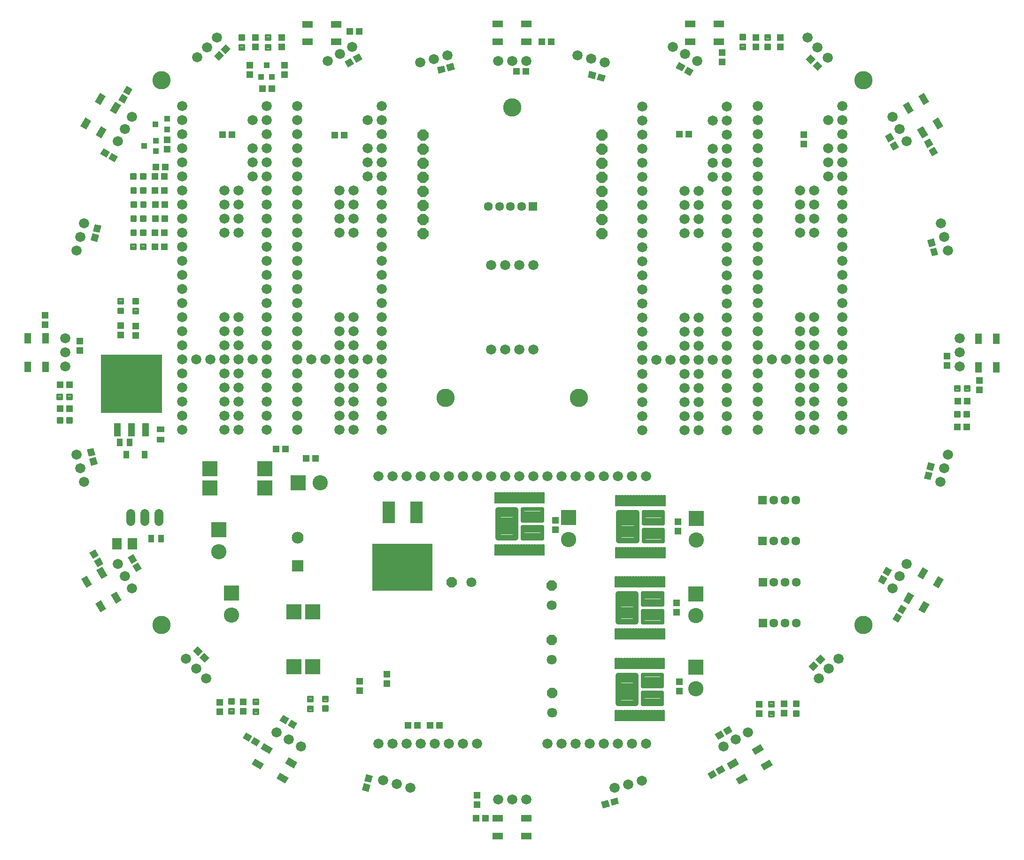
<source format=gts>
G04 EAGLE Gerber X2 export*
G75*
%MOMM*%
%FSLAX34Y34*%
%LPD*%
%AMOC8*
5,1,8,0,0,1.08239X$1,22.5*%
G01*
%ADD10C,3.303200*%
%ADD11C,1.828800*%
%ADD12R,2.753200X2.753200*%
%ADD13C,2.753200*%
%ADD14R,1.303200X1.203200*%
%ADD15R,10.863200X8.583200*%
%ADD16R,2.235200X4.013200*%
%ADD17C,1.612800*%
%ADD18C,2.133600*%
%ADD19R,2.133600X2.133600*%
%ADD20R,2.755900X2.755900*%
%ADD21R,11.003200X10.613200*%
%ADD22R,1.270000X2.362200*%
%ADD23R,1.003200X1.403200*%
%ADD24R,1.803200X2.003200*%
%ADD25R,1.403200X1.003200*%
%ADD26R,1.113200X1.423200*%
%ADD27P,2.144431X8X112.500000*%
%ADD28C,0.360959*%
%ADD29R,1.203200X1.303200*%
%ADD30C,0.138300*%
%ADD31C,1.050800*%
%ADD32C,0.700800*%
%ADD33P,1.951982X8X202.500000*%
%ADD34C,1.803400*%
%ADD35P,1.951982X8X112.500000*%
%ADD36R,1.854200X1.203200*%
%ADD37R,1.203200X1.854200*%
%ADD38R,1.003200X1.103200*%
%ADD39R,1.612800X1.612800*%
%ADD40C,1.612800*%
%ADD41R,1.103200X1.003200*%


D10*
X267140Y1391440D03*
X780000Y818030D03*
X1532860Y1391440D03*
X267140Y408560D03*
X1532860Y408560D03*
X900000Y1342530D03*
X1020000Y818030D03*
D11*
X512060Y1344418D03*
X664460Y1344418D03*
X664460Y1319018D03*
X639060Y1319018D03*
X664460Y1293618D03*
X664460Y1268218D03*
X639060Y1268218D03*
X639060Y1242818D03*
X639060Y1217418D03*
X664460Y1217418D03*
X664460Y1242818D03*
X664460Y1192018D03*
X664460Y1166618D03*
X664460Y1141218D03*
X664460Y1090418D03*
X664460Y1039618D03*
X664460Y1065018D03*
X512060Y1319018D03*
X512060Y1293618D03*
X512060Y1268218D03*
X512060Y1242818D03*
X512060Y1217418D03*
X512060Y1192018D03*
X512060Y1166618D03*
X512060Y1141218D03*
X512060Y1115818D03*
X512060Y1090418D03*
X512060Y1065018D03*
X512060Y1039618D03*
X512060Y1014218D03*
X512060Y988818D03*
X512060Y963418D03*
X512060Y938018D03*
X512060Y912618D03*
X512060Y887218D03*
X512060Y861818D03*
X512060Y836418D03*
X512060Y811018D03*
X512060Y785618D03*
X512060Y760218D03*
X537460Y887218D03*
X562860Y887218D03*
X588260Y887218D03*
X613660Y887218D03*
X639060Y887218D03*
X664460Y760218D03*
X664460Y785618D03*
X664460Y811018D03*
X664460Y836418D03*
X664460Y861818D03*
X664460Y887218D03*
X664460Y912618D03*
X664460Y938018D03*
X664460Y963418D03*
X664460Y988818D03*
X664460Y1014218D03*
X664460Y1115818D03*
X613660Y836418D03*
X613660Y861818D03*
X613660Y811018D03*
X613660Y760218D03*
X613660Y785618D03*
X588260Y760218D03*
X588260Y785618D03*
X588260Y836418D03*
X588260Y861818D03*
X588260Y811018D03*
X613660Y912618D03*
X588260Y912618D03*
X588260Y938018D03*
X613660Y938018D03*
X613660Y963418D03*
X588260Y963418D03*
X613660Y1192018D03*
X588260Y1192018D03*
X588260Y1166618D03*
X613660Y1166618D03*
X613660Y1141218D03*
X588260Y1141218D03*
X588260Y1115818D03*
X613660Y1115818D03*
X1134366Y1343910D03*
X1286766Y1343910D03*
X1286766Y1318510D03*
X1261366Y1318510D03*
X1286766Y1293110D03*
X1286766Y1267710D03*
X1261366Y1267710D03*
X1261366Y1242310D03*
X1261366Y1216910D03*
X1286766Y1216910D03*
X1286766Y1242310D03*
X1286766Y1191510D03*
X1286766Y1166110D03*
X1286766Y1140710D03*
X1286766Y1089910D03*
X1286766Y1039110D03*
X1286766Y1064510D03*
X1134366Y1318510D03*
X1134366Y1293110D03*
X1134366Y1267710D03*
X1134366Y1242310D03*
X1134366Y1216910D03*
X1134366Y1191510D03*
X1134366Y1166110D03*
X1134366Y1140710D03*
X1134366Y1115310D03*
X1134366Y1089910D03*
X1134366Y1064510D03*
X1134366Y1039110D03*
X1134366Y1013710D03*
X1134366Y988310D03*
X1134366Y962910D03*
X1134366Y937510D03*
X1134366Y912110D03*
X1134366Y886710D03*
X1134366Y861310D03*
X1134366Y835910D03*
X1134366Y810510D03*
X1134366Y785110D03*
X1134366Y759710D03*
X1159766Y886710D03*
X1185166Y886710D03*
X1210566Y886710D03*
X1235966Y886710D03*
X1261366Y886710D03*
X1286766Y759710D03*
X1286766Y785110D03*
X1286766Y810510D03*
X1286766Y835910D03*
X1286766Y861310D03*
X1286766Y886710D03*
X1286766Y912110D03*
X1286766Y937510D03*
X1286766Y962910D03*
X1286766Y988310D03*
X1286766Y1013710D03*
X1286766Y1115310D03*
X1235966Y835910D03*
X1235966Y861310D03*
X1235966Y810510D03*
X1235966Y759710D03*
X1235966Y785110D03*
X1210566Y759710D03*
X1210566Y785110D03*
X1210566Y835910D03*
X1210566Y861310D03*
X1210566Y810510D03*
X1235966Y912110D03*
X1210566Y912110D03*
X1210566Y937510D03*
X1235966Y937510D03*
X1235966Y962910D03*
X1210566Y962910D03*
X1235966Y1191510D03*
X1210566Y1191510D03*
X1210566Y1166110D03*
X1235966Y1166110D03*
X1235966Y1140710D03*
X1210566Y1140710D03*
X1210566Y1115310D03*
X1235966Y1115310D03*
X1342642Y1344422D03*
X1495042Y1344422D03*
X1495042Y1319022D03*
X1469642Y1319022D03*
X1495042Y1293622D03*
X1495042Y1268222D03*
X1469642Y1268222D03*
X1469642Y1242822D03*
X1469642Y1217422D03*
X1495042Y1217422D03*
X1495042Y1242822D03*
X1495042Y1192022D03*
X1495042Y1166622D03*
X1495042Y1141222D03*
X1495042Y1090422D03*
X1495042Y1039622D03*
X1495042Y1065022D03*
X1342642Y1319022D03*
X1342642Y1293622D03*
X1342642Y1268222D03*
X1342642Y1242822D03*
X1342642Y1217422D03*
X1342642Y1192022D03*
X1342642Y1166622D03*
X1342642Y1141222D03*
X1342642Y1115822D03*
X1342642Y1090422D03*
X1342642Y1065022D03*
X1342642Y1039622D03*
X1342642Y1014222D03*
X1342642Y988822D03*
X1342642Y963422D03*
X1342642Y938022D03*
X1342642Y912622D03*
X1342642Y887222D03*
X1342642Y861822D03*
X1342642Y836422D03*
X1342642Y811022D03*
X1342642Y785622D03*
X1342642Y760222D03*
X1368042Y887222D03*
X1393442Y887222D03*
X1418842Y887222D03*
X1444242Y887222D03*
X1469642Y887222D03*
X1495042Y760222D03*
X1495042Y785622D03*
X1495042Y811022D03*
X1495042Y836422D03*
X1495042Y861822D03*
X1495042Y887222D03*
X1495042Y912622D03*
X1495042Y938022D03*
X1495042Y963422D03*
X1495042Y988822D03*
X1495042Y1014222D03*
X1495042Y1115822D03*
X1444242Y836422D03*
X1444242Y861822D03*
X1444242Y811022D03*
X1444242Y760222D03*
X1444242Y785622D03*
X1418842Y760222D03*
X1418842Y785622D03*
X1418842Y836422D03*
X1418842Y861822D03*
X1418842Y811022D03*
X1444242Y912622D03*
X1418842Y912622D03*
X1418842Y938022D03*
X1444242Y938022D03*
X1444242Y963422D03*
X1418842Y963422D03*
X1444242Y1192022D03*
X1418842Y1192022D03*
X1418842Y1166622D03*
X1444242Y1166622D03*
X1444242Y1141222D03*
X1418842Y1141222D03*
X1418842Y1115822D03*
X1444242Y1115822D03*
X305052Y1344672D03*
X457452Y1344672D03*
X457452Y1319272D03*
X432052Y1319272D03*
X457452Y1293872D03*
X457452Y1268472D03*
X432052Y1268472D03*
X432052Y1243072D03*
X432052Y1217672D03*
X457452Y1217672D03*
X457452Y1243072D03*
X457452Y1192272D03*
X457452Y1166872D03*
X457452Y1141472D03*
X457452Y1090672D03*
X457452Y1039872D03*
X457452Y1065272D03*
X305052Y1319272D03*
X305052Y1293872D03*
X305052Y1268472D03*
X305052Y1243072D03*
X305052Y1217672D03*
X305052Y1192272D03*
X305052Y1166872D03*
X305052Y1141472D03*
X305052Y1116072D03*
X305052Y1090672D03*
X305052Y1065272D03*
X305052Y1039872D03*
X305052Y1014472D03*
X305052Y989072D03*
X305052Y963672D03*
X305052Y938272D03*
X305052Y912872D03*
X305052Y887472D03*
X305052Y862072D03*
X305052Y836672D03*
X305052Y811272D03*
X305052Y785872D03*
X305052Y760472D03*
X330452Y887472D03*
X355852Y887472D03*
X381252Y887472D03*
X406652Y887472D03*
X432052Y887472D03*
X457452Y760472D03*
X457452Y785872D03*
X457452Y811272D03*
X457452Y836672D03*
X457452Y862072D03*
X457452Y887472D03*
X457452Y912872D03*
X457452Y938272D03*
X457452Y963672D03*
X457452Y989072D03*
X457452Y1014472D03*
X457452Y1116072D03*
X406652Y836672D03*
X406652Y862072D03*
X406652Y811272D03*
X406652Y760472D03*
X406652Y785872D03*
X381252Y760472D03*
X381252Y785872D03*
X381252Y836672D03*
X381252Y862072D03*
X381252Y811272D03*
X406652Y912872D03*
X381252Y912872D03*
X381252Y938272D03*
X406652Y938272D03*
X406652Y963672D03*
X381252Y963672D03*
X406652Y1192272D03*
X381252Y1192272D03*
X381252Y1166872D03*
X406652Y1166872D03*
X406652Y1141472D03*
X381252Y1141472D03*
X381252Y1116072D03*
X406652Y1116072D03*
D12*
X513600Y664980D03*
D13*
X553200Y664980D03*
D14*
X545460Y708910D03*
X528460Y708910D03*
X491020Y725780D03*
X474020Y725780D03*
D15*
X702050Y512560D03*
D16*
X677050Y611249D03*
X727050Y611610D03*
D17*
X262390Y609538D02*
X262390Y595442D01*
X236990Y595442D02*
X236990Y609538D01*
X211590Y609538D02*
X211590Y595442D01*
D18*
X512720Y565730D03*
D19*
X512720Y514930D03*
D20*
X505970Y432310D03*
X505970Y333250D03*
X540006Y432310D03*
X540006Y333250D03*
X453290Y689940D03*
X354230Y689940D03*
X453290Y655904D03*
X354230Y655904D03*
D21*
X213360Y843780D03*
D22*
X213360Y760468D03*
X187960Y760468D03*
X238760Y760468D03*
D23*
X266810Y564130D03*
X248810Y564130D03*
D24*
X186860Y554630D03*
X214860Y554630D03*
D25*
X265430Y761090D03*
X265430Y743090D03*
D23*
X210170Y737620D03*
X192170Y737620D03*
D26*
X236845Y715520D03*
X204095Y715520D03*
D27*
X1061212Y1114298D03*
X1061212Y1139698D03*
X1061212Y1165098D03*
X1061212Y1190498D03*
X1061212Y1215898D03*
X1061212Y1241298D03*
X1061212Y1266698D03*
X1061212Y1292098D03*
X738632Y1114298D03*
X738632Y1139698D03*
X738632Y1165098D03*
X738632Y1190498D03*
X738632Y1215898D03*
X738632Y1241298D03*
X738632Y1266698D03*
X738632Y1292098D03*
D28*
X198271Y988549D02*
X189849Y988549D01*
X189849Y996971D01*
X198271Y996971D01*
X198271Y988549D01*
X198271Y992158D02*
X189849Y992158D01*
X189849Y995767D02*
X198271Y995767D01*
X198271Y971009D02*
X189849Y971009D01*
X189849Y979431D01*
X198271Y979431D01*
X198271Y971009D01*
X198271Y974618D02*
X189849Y974618D01*
X189849Y978227D02*
X198271Y978227D01*
X216269Y988299D02*
X224691Y988299D01*
X216269Y988299D02*
X216269Y996721D01*
X224691Y996721D01*
X224691Y988299D01*
X224691Y991908D02*
X216269Y991908D01*
X216269Y995517D02*
X224691Y995517D01*
X224691Y970759D02*
X216269Y970759D01*
X216269Y979181D01*
X224691Y979181D01*
X224691Y970759D01*
X224691Y974368D02*
X216269Y974368D01*
X216269Y977977D02*
X224691Y977977D01*
D29*
X193810Y931300D03*
X193810Y948300D03*
X220470Y930790D03*
X220470Y947790D03*
X673600Y319910D03*
X673600Y302910D03*
D28*
X540401Y270489D02*
X531979Y270489D01*
X531979Y278911D01*
X540401Y278911D01*
X540401Y270489D01*
X540401Y274098D02*
X531979Y274098D01*
X531979Y277707D02*
X540401Y277707D01*
X540401Y252949D02*
X531979Y252949D01*
X531979Y261371D01*
X540401Y261371D01*
X540401Y252949D01*
X540401Y256558D02*
X531979Y256558D01*
X531979Y260167D02*
X540401Y260167D01*
D29*
X625090Y307200D03*
X625090Y290200D03*
D28*
X566821Y270759D02*
X558399Y270759D01*
X558399Y279181D01*
X566821Y279181D01*
X566821Y270759D01*
X566821Y274368D02*
X558399Y274368D01*
X558399Y277977D02*
X566821Y277977D01*
X566821Y253219D02*
X558399Y253219D01*
X558399Y261641D01*
X566821Y261641D01*
X566821Y253219D01*
X566821Y256828D02*
X558399Y256828D01*
X558399Y260437D02*
X566821Y260437D01*
D30*
X1171535Y623745D02*
X1171535Y642295D01*
X1175685Y642295D01*
X1175685Y623745D01*
X1171535Y623745D01*
X1171535Y625127D02*
X1175685Y625127D01*
X1175685Y626509D02*
X1171535Y626509D01*
X1171535Y627891D02*
X1175685Y627891D01*
X1175685Y629273D02*
X1171535Y629273D01*
X1171535Y630655D02*
X1175685Y630655D01*
X1175685Y632037D02*
X1171535Y632037D01*
X1171535Y633419D02*
X1175685Y633419D01*
X1175685Y634801D02*
X1171535Y634801D01*
X1171535Y636183D02*
X1175685Y636183D01*
X1175685Y637565D02*
X1171535Y637565D01*
X1171535Y638947D02*
X1175685Y638947D01*
X1175685Y640329D02*
X1171535Y640329D01*
X1171535Y641711D02*
X1175685Y641711D01*
X1166535Y642295D02*
X1166535Y623745D01*
X1166535Y642295D02*
X1170685Y642295D01*
X1170685Y623745D01*
X1166535Y623745D01*
X1166535Y625127D02*
X1170685Y625127D01*
X1170685Y626509D02*
X1166535Y626509D01*
X1166535Y627891D02*
X1170685Y627891D01*
X1170685Y629273D02*
X1166535Y629273D01*
X1166535Y630655D02*
X1170685Y630655D01*
X1170685Y632037D02*
X1166535Y632037D01*
X1166535Y633419D02*
X1170685Y633419D01*
X1170685Y634801D02*
X1166535Y634801D01*
X1166535Y636183D02*
X1170685Y636183D01*
X1170685Y637565D02*
X1166535Y637565D01*
X1166535Y638947D02*
X1170685Y638947D01*
X1170685Y640329D02*
X1166535Y640329D01*
X1166535Y641711D02*
X1170685Y641711D01*
X1161535Y642295D02*
X1161535Y623745D01*
X1161535Y642295D02*
X1165685Y642295D01*
X1165685Y623745D01*
X1161535Y623745D01*
X1161535Y625127D02*
X1165685Y625127D01*
X1165685Y626509D02*
X1161535Y626509D01*
X1161535Y627891D02*
X1165685Y627891D01*
X1165685Y629273D02*
X1161535Y629273D01*
X1161535Y630655D02*
X1165685Y630655D01*
X1165685Y632037D02*
X1161535Y632037D01*
X1161535Y633419D02*
X1165685Y633419D01*
X1165685Y634801D02*
X1161535Y634801D01*
X1161535Y636183D02*
X1165685Y636183D01*
X1165685Y637565D02*
X1161535Y637565D01*
X1161535Y638947D02*
X1165685Y638947D01*
X1165685Y640329D02*
X1161535Y640329D01*
X1161535Y641711D02*
X1165685Y641711D01*
X1156535Y642295D02*
X1156535Y623745D01*
X1156535Y642295D02*
X1160685Y642295D01*
X1160685Y623745D01*
X1156535Y623745D01*
X1156535Y625127D02*
X1160685Y625127D01*
X1160685Y626509D02*
X1156535Y626509D01*
X1156535Y627891D02*
X1160685Y627891D01*
X1160685Y629273D02*
X1156535Y629273D01*
X1156535Y630655D02*
X1160685Y630655D01*
X1160685Y632037D02*
X1156535Y632037D01*
X1156535Y633419D02*
X1160685Y633419D01*
X1160685Y634801D02*
X1156535Y634801D01*
X1156535Y636183D02*
X1160685Y636183D01*
X1160685Y637565D02*
X1156535Y637565D01*
X1156535Y638947D02*
X1160685Y638947D01*
X1160685Y640329D02*
X1156535Y640329D01*
X1156535Y641711D02*
X1160685Y641711D01*
X1151535Y642295D02*
X1151535Y623745D01*
X1151535Y642295D02*
X1155685Y642295D01*
X1155685Y623745D01*
X1151535Y623745D01*
X1151535Y625127D02*
X1155685Y625127D01*
X1155685Y626509D02*
X1151535Y626509D01*
X1151535Y627891D02*
X1155685Y627891D01*
X1155685Y629273D02*
X1151535Y629273D01*
X1151535Y630655D02*
X1155685Y630655D01*
X1155685Y632037D02*
X1151535Y632037D01*
X1151535Y633419D02*
X1155685Y633419D01*
X1155685Y634801D02*
X1151535Y634801D01*
X1151535Y636183D02*
X1155685Y636183D01*
X1155685Y637565D02*
X1151535Y637565D01*
X1151535Y638947D02*
X1155685Y638947D01*
X1155685Y640329D02*
X1151535Y640329D01*
X1151535Y641711D02*
X1155685Y641711D01*
X1146535Y642295D02*
X1146535Y623745D01*
X1146535Y642295D02*
X1150685Y642295D01*
X1150685Y623745D01*
X1146535Y623745D01*
X1146535Y625127D02*
X1150685Y625127D01*
X1150685Y626509D02*
X1146535Y626509D01*
X1146535Y627891D02*
X1150685Y627891D01*
X1150685Y629273D02*
X1146535Y629273D01*
X1146535Y630655D02*
X1150685Y630655D01*
X1150685Y632037D02*
X1146535Y632037D01*
X1146535Y633419D02*
X1150685Y633419D01*
X1150685Y634801D02*
X1146535Y634801D01*
X1146535Y636183D02*
X1150685Y636183D01*
X1150685Y637565D02*
X1146535Y637565D01*
X1146535Y638947D02*
X1150685Y638947D01*
X1150685Y640329D02*
X1146535Y640329D01*
X1146535Y641711D02*
X1150685Y641711D01*
X1141535Y642295D02*
X1141535Y623745D01*
X1141535Y642295D02*
X1145685Y642295D01*
X1145685Y623745D01*
X1141535Y623745D01*
X1141535Y625127D02*
X1145685Y625127D01*
X1145685Y626509D02*
X1141535Y626509D01*
X1141535Y627891D02*
X1145685Y627891D01*
X1145685Y629273D02*
X1141535Y629273D01*
X1141535Y630655D02*
X1145685Y630655D01*
X1145685Y632037D02*
X1141535Y632037D01*
X1141535Y633419D02*
X1145685Y633419D01*
X1145685Y634801D02*
X1141535Y634801D01*
X1141535Y636183D02*
X1145685Y636183D01*
X1145685Y637565D02*
X1141535Y637565D01*
X1141535Y638947D02*
X1145685Y638947D01*
X1145685Y640329D02*
X1141535Y640329D01*
X1141535Y641711D02*
X1145685Y641711D01*
X1136535Y642295D02*
X1136535Y623745D01*
X1136535Y642295D02*
X1140685Y642295D01*
X1140685Y623745D01*
X1136535Y623745D01*
X1136535Y625127D02*
X1140685Y625127D01*
X1140685Y626509D02*
X1136535Y626509D01*
X1136535Y627891D02*
X1140685Y627891D01*
X1140685Y629273D02*
X1136535Y629273D01*
X1136535Y630655D02*
X1140685Y630655D01*
X1140685Y632037D02*
X1136535Y632037D01*
X1136535Y633419D02*
X1140685Y633419D01*
X1140685Y634801D02*
X1136535Y634801D01*
X1136535Y636183D02*
X1140685Y636183D01*
X1140685Y637565D02*
X1136535Y637565D01*
X1136535Y638947D02*
X1140685Y638947D01*
X1140685Y640329D02*
X1136535Y640329D01*
X1136535Y641711D02*
X1140685Y641711D01*
X1131535Y642295D02*
X1131535Y623745D01*
X1131535Y642295D02*
X1135685Y642295D01*
X1135685Y623745D01*
X1131535Y623745D01*
X1131535Y625127D02*
X1135685Y625127D01*
X1135685Y626509D02*
X1131535Y626509D01*
X1131535Y627891D02*
X1135685Y627891D01*
X1135685Y629273D02*
X1131535Y629273D01*
X1131535Y630655D02*
X1135685Y630655D01*
X1135685Y632037D02*
X1131535Y632037D01*
X1131535Y633419D02*
X1135685Y633419D01*
X1135685Y634801D02*
X1131535Y634801D01*
X1131535Y636183D02*
X1135685Y636183D01*
X1135685Y637565D02*
X1131535Y637565D01*
X1131535Y638947D02*
X1135685Y638947D01*
X1135685Y640329D02*
X1131535Y640329D01*
X1131535Y641711D02*
X1135685Y641711D01*
X1126535Y642295D02*
X1126535Y623745D01*
X1126535Y642295D02*
X1130685Y642295D01*
X1130685Y623745D01*
X1126535Y623745D01*
X1126535Y625127D02*
X1130685Y625127D01*
X1130685Y626509D02*
X1126535Y626509D01*
X1126535Y627891D02*
X1130685Y627891D01*
X1130685Y629273D02*
X1126535Y629273D01*
X1126535Y630655D02*
X1130685Y630655D01*
X1130685Y632037D02*
X1126535Y632037D01*
X1126535Y633419D02*
X1130685Y633419D01*
X1130685Y634801D02*
X1126535Y634801D01*
X1126535Y636183D02*
X1130685Y636183D01*
X1130685Y637565D02*
X1126535Y637565D01*
X1126535Y638947D02*
X1130685Y638947D01*
X1130685Y640329D02*
X1126535Y640329D01*
X1126535Y641711D02*
X1130685Y641711D01*
X1121535Y642295D02*
X1121535Y623745D01*
X1121535Y642295D02*
X1125685Y642295D01*
X1125685Y623745D01*
X1121535Y623745D01*
X1121535Y625127D02*
X1125685Y625127D01*
X1125685Y626509D02*
X1121535Y626509D01*
X1121535Y627891D02*
X1125685Y627891D01*
X1125685Y629273D02*
X1121535Y629273D01*
X1121535Y630655D02*
X1125685Y630655D01*
X1125685Y632037D02*
X1121535Y632037D01*
X1121535Y633419D02*
X1125685Y633419D01*
X1125685Y634801D02*
X1121535Y634801D01*
X1121535Y636183D02*
X1125685Y636183D01*
X1125685Y637565D02*
X1121535Y637565D01*
X1121535Y638947D02*
X1125685Y638947D01*
X1125685Y640329D02*
X1121535Y640329D01*
X1121535Y641711D02*
X1125685Y641711D01*
X1116535Y642295D02*
X1116535Y623745D01*
X1116535Y642295D02*
X1120685Y642295D01*
X1120685Y623745D01*
X1116535Y623745D01*
X1116535Y625127D02*
X1120685Y625127D01*
X1120685Y626509D02*
X1116535Y626509D01*
X1116535Y627891D02*
X1120685Y627891D01*
X1120685Y629273D02*
X1116535Y629273D01*
X1116535Y630655D02*
X1120685Y630655D01*
X1120685Y632037D02*
X1116535Y632037D01*
X1116535Y633419D02*
X1120685Y633419D01*
X1120685Y634801D02*
X1116535Y634801D01*
X1116535Y636183D02*
X1120685Y636183D01*
X1120685Y637565D02*
X1116535Y637565D01*
X1116535Y638947D02*
X1120685Y638947D01*
X1120685Y640329D02*
X1116535Y640329D01*
X1116535Y641711D02*
X1120685Y641711D01*
X1111535Y642295D02*
X1111535Y623745D01*
X1111535Y642295D02*
X1115685Y642295D01*
X1115685Y623745D01*
X1111535Y623745D01*
X1111535Y625127D02*
X1115685Y625127D01*
X1115685Y626509D02*
X1111535Y626509D01*
X1111535Y627891D02*
X1115685Y627891D01*
X1115685Y629273D02*
X1111535Y629273D01*
X1111535Y630655D02*
X1115685Y630655D01*
X1115685Y632037D02*
X1111535Y632037D01*
X1111535Y633419D02*
X1115685Y633419D01*
X1115685Y634801D02*
X1111535Y634801D01*
X1111535Y636183D02*
X1115685Y636183D01*
X1115685Y637565D02*
X1111535Y637565D01*
X1111535Y638947D02*
X1115685Y638947D01*
X1115685Y640329D02*
X1111535Y640329D01*
X1111535Y641711D02*
X1115685Y641711D01*
X1106535Y642295D02*
X1106535Y623745D01*
X1106535Y642295D02*
X1110685Y642295D01*
X1110685Y623745D01*
X1106535Y623745D01*
X1106535Y625127D02*
X1110685Y625127D01*
X1110685Y626509D02*
X1106535Y626509D01*
X1106535Y627891D02*
X1110685Y627891D01*
X1110685Y629273D02*
X1106535Y629273D01*
X1106535Y630655D02*
X1110685Y630655D01*
X1110685Y632037D02*
X1106535Y632037D01*
X1106535Y633419D02*
X1110685Y633419D01*
X1110685Y634801D02*
X1106535Y634801D01*
X1106535Y636183D02*
X1110685Y636183D01*
X1110685Y637565D02*
X1106535Y637565D01*
X1106535Y638947D02*
X1110685Y638947D01*
X1110685Y640329D02*
X1106535Y640329D01*
X1106535Y641711D02*
X1110685Y641711D01*
X1101535Y642295D02*
X1101535Y623745D01*
X1101535Y642295D02*
X1105685Y642295D01*
X1105685Y623745D01*
X1101535Y623745D01*
X1101535Y625127D02*
X1105685Y625127D01*
X1105685Y626509D02*
X1101535Y626509D01*
X1101535Y627891D02*
X1105685Y627891D01*
X1105685Y629273D02*
X1101535Y629273D01*
X1101535Y630655D02*
X1105685Y630655D01*
X1105685Y632037D02*
X1101535Y632037D01*
X1101535Y633419D02*
X1105685Y633419D01*
X1105685Y634801D02*
X1101535Y634801D01*
X1101535Y636183D02*
X1105685Y636183D01*
X1105685Y637565D02*
X1101535Y637565D01*
X1101535Y638947D02*
X1105685Y638947D01*
X1105685Y640329D02*
X1101535Y640329D01*
X1101535Y641711D02*
X1105685Y641711D01*
X1096535Y642295D02*
X1096535Y623745D01*
X1096535Y642295D02*
X1100685Y642295D01*
X1100685Y623745D01*
X1096535Y623745D01*
X1096535Y625127D02*
X1100685Y625127D01*
X1100685Y626509D02*
X1096535Y626509D01*
X1096535Y627891D02*
X1100685Y627891D01*
X1100685Y629273D02*
X1096535Y629273D01*
X1096535Y630655D02*
X1100685Y630655D01*
X1100685Y632037D02*
X1096535Y632037D01*
X1096535Y633419D02*
X1100685Y633419D01*
X1100685Y634801D02*
X1096535Y634801D01*
X1096535Y636183D02*
X1100685Y636183D01*
X1100685Y637565D02*
X1096535Y637565D01*
X1096535Y638947D02*
X1100685Y638947D01*
X1100685Y640329D02*
X1096535Y640329D01*
X1096535Y641711D02*
X1100685Y641711D01*
X1091535Y642295D02*
X1091535Y623745D01*
X1091535Y642295D02*
X1095685Y642295D01*
X1095685Y623745D01*
X1091535Y623745D01*
X1091535Y625127D02*
X1095685Y625127D01*
X1095685Y626509D02*
X1091535Y626509D01*
X1091535Y627891D02*
X1095685Y627891D01*
X1095685Y629273D02*
X1091535Y629273D01*
X1091535Y630655D02*
X1095685Y630655D01*
X1095685Y632037D02*
X1091535Y632037D01*
X1091535Y633419D02*
X1095685Y633419D01*
X1095685Y634801D02*
X1091535Y634801D01*
X1091535Y636183D02*
X1095685Y636183D01*
X1095685Y637565D02*
X1091535Y637565D01*
X1091535Y638947D02*
X1095685Y638947D01*
X1095685Y640329D02*
X1091535Y640329D01*
X1091535Y641711D02*
X1095685Y641711D01*
X1086535Y642295D02*
X1086535Y623745D01*
X1086535Y642295D02*
X1090685Y642295D01*
X1090685Y623745D01*
X1086535Y623745D01*
X1086535Y625127D02*
X1090685Y625127D01*
X1090685Y626509D02*
X1086535Y626509D01*
X1086535Y627891D02*
X1090685Y627891D01*
X1090685Y629273D02*
X1086535Y629273D01*
X1086535Y630655D02*
X1090685Y630655D01*
X1090685Y632037D02*
X1086535Y632037D01*
X1086535Y633419D02*
X1090685Y633419D01*
X1090685Y634801D02*
X1086535Y634801D01*
X1086535Y636183D02*
X1090685Y636183D01*
X1090685Y637565D02*
X1086535Y637565D01*
X1086535Y638947D02*
X1090685Y638947D01*
X1090685Y640329D02*
X1086535Y640329D01*
X1086535Y641711D02*
X1090685Y641711D01*
X1086535Y547995D02*
X1086535Y529445D01*
X1086535Y547995D02*
X1090685Y547995D01*
X1090685Y529445D01*
X1086535Y529445D01*
X1086535Y530827D02*
X1090685Y530827D01*
X1090685Y532209D02*
X1086535Y532209D01*
X1086535Y533591D02*
X1090685Y533591D01*
X1090685Y534973D02*
X1086535Y534973D01*
X1086535Y536355D02*
X1090685Y536355D01*
X1090685Y537737D02*
X1086535Y537737D01*
X1086535Y539119D02*
X1090685Y539119D01*
X1090685Y540501D02*
X1086535Y540501D01*
X1086535Y541883D02*
X1090685Y541883D01*
X1090685Y543265D02*
X1086535Y543265D01*
X1086535Y544647D02*
X1090685Y544647D01*
X1090685Y546029D02*
X1086535Y546029D01*
X1086535Y547411D02*
X1090685Y547411D01*
X1091535Y547995D02*
X1091535Y529445D01*
X1091535Y547995D02*
X1095685Y547995D01*
X1095685Y529445D01*
X1091535Y529445D01*
X1091535Y530827D02*
X1095685Y530827D01*
X1095685Y532209D02*
X1091535Y532209D01*
X1091535Y533591D02*
X1095685Y533591D01*
X1095685Y534973D02*
X1091535Y534973D01*
X1091535Y536355D02*
X1095685Y536355D01*
X1095685Y537737D02*
X1091535Y537737D01*
X1091535Y539119D02*
X1095685Y539119D01*
X1095685Y540501D02*
X1091535Y540501D01*
X1091535Y541883D02*
X1095685Y541883D01*
X1095685Y543265D02*
X1091535Y543265D01*
X1091535Y544647D02*
X1095685Y544647D01*
X1095685Y546029D02*
X1091535Y546029D01*
X1091535Y547411D02*
X1095685Y547411D01*
X1096535Y547995D02*
X1096535Y529445D01*
X1096535Y547995D02*
X1100685Y547995D01*
X1100685Y529445D01*
X1096535Y529445D01*
X1096535Y530827D02*
X1100685Y530827D01*
X1100685Y532209D02*
X1096535Y532209D01*
X1096535Y533591D02*
X1100685Y533591D01*
X1100685Y534973D02*
X1096535Y534973D01*
X1096535Y536355D02*
X1100685Y536355D01*
X1100685Y537737D02*
X1096535Y537737D01*
X1096535Y539119D02*
X1100685Y539119D01*
X1100685Y540501D02*
X1096535Y540501D01*
X1096535Y541883D02*
X1100685Y541883D01*
X1100685Y543265D02*
X1096535Y543265D01*
X1096535Y544647D02*
X1100685Y544647D01*
X1100685Y546029D02*
X1096535Y546029D01*
X1096535Y547411D02*
X1100685Y547411D01*
X1101535Y547995D02*
X1101535Y529445D01*
X1101535Y547995D02*
X1105685Y547995D01*
X1105685Y529445D01*
X1101535Y529445D01*
X1101535Y530827D02*
X1105685Y530827D01*
X1105685Y532209D02*
X1101535Y532209D01*
X1101535Y533591D02*
X1105685Y533591D01*
X1105685Y534973D02*
X1101535Y534973D01*
X1101535Y536355D02*
X1105685Y536355D01*
X1105685Y537737D02*
X1101535Y537737D01*
X1101535Y539119D02*
X1105685Y539119D01*
X1105685Y540501D02*
X1101535Y540501D01*
X1101535Y541883D02*
X1105685Y541883D01*
X1105685Y543265D02*
X1101535Y543265D01*
X1101535Y544647D02*
X1105685Y544647D01*
X1105685Y546029D02*
X1101535Y546029D01*
X1101535Y547411D02*
X1105685Y547411D01*
X1106535Y547995D02*
X1106535Y529445D01*
X1106535Y547995D02*
X1110685Y547995D01*
X1110685Y529445D01*
X1106535Y529445D01*
X1106535Y530827D02*
X1110685Y530827D01*
X1110685Y532209D02*
X1106535Y532209D01*
X1106535Y533591D02*
X1110685Y533591D01*
X1110685Y534973D02*
X1106535Y534973D01*
X1106535Y536355D02*
X1110685Y536355D01*
X1110685Y537737D02*
X1106535Y537737D01*
X1106535Y539119D02*
X1110685Y539119D01*
X1110685Y540501D02*
X1106535Y540501D01*
X1106535Y541883D02*
X1110685Y541883D01*
X1110685Y543265D02*
X1106535Y543265D01*
X1106535Y544647D02*
X1110685Y544647D01*
X1110685Y546029D02*
X1106535Y546029D01*
X1106535Y547411D02*
X1110685Y547411D01*
X1111535Y547995D02*
X1111535Y529445D01*
X1111535Y547995D02*
X1115685Y547995D01*
X1115685Y529445D01*
X1111535Y529445D01*
X1111535Y530827D02*
X1115685Y530827D01*
X1115685Y532209D02*
X1111535Y532209D01*
X1111535Y533591D02*
X1115685Y533591D01*
X1115685Y534973D02*
X1111535Y534973D01*
X1111535Y536355D02*
X1115685Y536355D01*
X1115685Y537737D02*
X1111535Y537737D01*
X1111535Y539119D02*
X1115685Y539119D01*
X1115685Y540501D02*
X1111535Y540501D01*
X1111535Y541883D02*
X1115685Y541883D01*
X1115685Y543265D02*
X1111535Y543265D01*
X1111535Y544647D02*
X1115685Y544647D01*
X1115685Y546029D02*
X1111535Y546029D01*
X1111535Y547411D02*
X1115685Y547411D01*
X1116535Y547995D02*
X1116535Y529445D01*
X1116535Y547995D02*
X1120685Y547995D01*
X1120685Y529445D01*
X1116535Y529445D01*
X1116535Y530827D02*
X1120685Y530827D01*
X1120685Y532209D02*
X1116535Y532209D01*
X1116535Y533591D02*
X1120685Y533591D01*
X1120685Y534973D02*
X1116535Y534973D01*
X1116535Y536355D02*
X1120685Y536355D01*
X1120685Y537737D02*
X1116535Y537737D01*
X1116535Y539119D02*
X1120685Y539119D01*
X1120685Y540501D02*
X1116535Y540501D01*
X1116535Y541883D02*
X1120685Y541883D01*
X1120685Y543265D02*
X1116535Y543265D01*
X1116535Y544647D02*
X1120685Y544647D01*
X1120685Y546029D02*
X1116535Y546029D01*
X1116535Y547411D02*
X1120685Y547411D01*
X1121535Y547995D02*
X1121535Y529445D01*
X1121535Y547995D02*
X1125685Y547995D01*
X1125685Y529445D01*
X1121535Y529445D01*
X1121535Y530827D02*
X1125685Y530827D01*
X1125685Y532209D02*
X1121535Y532209D01*
X1121535Y533591D02*
X1125685Y533591D01*
X1125685Y534973D02*
X1121535Y534973D01*
X1121535Y536355D02*
X1125685Y536355D01*
X1125685Y537737D02*
X1121535Y537737D01*
X1121535Y539119D02*
X1125685Y539119D01*
X1125685Y540501D02*
X1121535Y540501D01*
X1121535Y541883D02*
X1125685Y541883D01*
X1125685Y543265D02*
X1121535Y543265D01*
X1121535Y544647D02*
X1125685Y544647D01*
X1125685Y546029D02*
X1121535Y546029D01*
X1121535Y547411D02*
X1125685Y547411D01*
X1126535Y547995D02*
X1126535Y529445D01*
X1126535Y547995D02*
X1130685Y547995D01*
X1130685Y529445D01*
X1126535Y529445D01*
X1126535Y530827D02*
X1130685Y530827D01*
X1130685Y532209D02*
X1126535Y532209D01*
X1126535Y533591D02*
X1130685Y533591D01*
X1130685Y534973D02*
X1126535Y534973D01*
X1126535Y536355D02*
X1130685Y536355D01*
X1130685Y537737D02*
X1126535Y537737D01*
X1126535Y539119D02*
X1130685Y539119D01*
X1130685Y540501D02*
X1126535Y540501D01*
X1126535Y541883D02*
X1130685Y541883D01*
X1130685Y543265D02*
X1126535Y543265D01*
X1126535Y544647D02*
X1130685Y544647D01*
X1130685Y546029D02*
X1126535Y546029D01*
X1126535Y547411D02*
X1130685Y547411D01*
X1131535Y547995D02*
X1131535Y529445D01*
X1131535Y547995D02*
X1135685Y547995D01*
X1135685Y529445D01*
X1131535Y529445D01*
X1131535Y530827D02*
X1135685Y530827D01*
X1135685Y532209D02*
X1131535Y532209D01*
X1131535Y533591D02*
X1135685Y533591D01*
X1135685Y534973D02*
X1131535Y534973D01*
X1131535Y536355D02*
X1135685Y536355D01*
X1135685Y537737D02*
X1131535Y537737D01*
X1131535Y539119D02*
X1135685Y539119D01*
X1135685Y540501D02*
X1131535Y540501D01*
X1131535Y541883D02*
X1135685Y541883D01*
X1135685Y543265D02*
X1131535Y543265D01*
X1131535Y544647D02*
X1135685Y544647D01*
X1135685Y546029D02*
X1131535Y546029D01*
X1131535Y547411D02*
X1135685Y547411D01*
X1136535Y547995D02*
X1136535Y529445D01*
X1136535Y547995D02*
X1140685Y547995D01*
X1140685Y529445D01*
X1136535Y529445D01*
X1136535Y530827D02*
X1140685Y530827D01*
X1140685Y532209D02*
X1136535Y532209D01*
X1136535Y533591D02*
X1140685Y533591D01*
X1140685Y534973D02*
X1136535Y534973D01*
X1136535Y536355D02*
X1140685Y536355D01*
X1140685Y537737D02*
X1136535Y537737D01*
X1136535Y539119D02*
X1140685Y539119D01*
X1140685Y540501D02*
X1136535Y540501D01*
X1136535Y541883D02*
X1140685Y541883D01*
X1140685Y543265D02*
X1136535Y543265D01*
X1136535Y544647D02*
X1140685Y544647D01*
X1140685Y546029D02*
X1136535Y546029D01*
X1136535Y547411D02*
X1140685Y547411D01*
X1141535Y547995D02*
X1141535Y529445D01*
X1141535Y547995D02*
X1145685Y547995D01*
X1145685Y529445D01*
X1141535Y529445D01*
X1141535Y530827D02*
X1145685Y530827D01*
X1145685Y532209D02*
X1141535Y532209D01*
X1141535Y533591D02*
X1145685Y533591D01*
X1145685Y534973D02*
X1141535Y534973D01*
X1141535Y536355D02*
X1145685Y536355D01*
X1145685Y537737D02*
X1141535Y537737D01*
X1141535Y539119D02*
X1145685Y539119D01*
X1145685Y540501D02*
X1141535Y540501D01*
X1141535Y541883D02*
X1145685Y541883D01*
X1145685Y543265D02*
X1141535Y543265D01*
X1141535Y544647D02*
X1145685Y544647D01*
X1145685Y546029D02*
X1141535Y546029D01*
X1141535Y547411D02*
X1145685Y547411D01*
X1146535Y547995D02*
X1146535Y529445D01*
X1146535Y547995D02*
X1150685Y547995D01*
X1150685Y529445D01*
X1146535Y529445D01*
X1146535Y530827D02*
X1150685Y530827D01*
X1150685Y532209D02*
X1146535Y532209D01*
X1146535Y533591D02*
X1150685Y533591D01*
X1150685Y534973D02*
X1146535Y534973D01*
X1146535Y536355D02*
X1150685Y536355D01*
X1150685Y537737D02*
X1146535Y537737D01*
X1146535Y539119D02*
X1150685Y539119D01*
X1150685Y540501D02*
X1146535Y540501D01*
X1146535Y541883D02*
X1150685Y541883D01*
X1150685Y543265D02*
X1146535Y543265D01*
X1146535Y544647D02*
X1150685Y544647D01*
X1150685Y546029D02*
X1146535Y546029D01*
X1146535Y547411D02*
X1150685Y547411D01*
X1151535Y547995D02*
X1151535Y529445D01*
X1151535Y547995D02*
X1155685Y547995D01*
X1155685Y529445D01*
X1151535Y529445D01*
X1151535Y530827D02*
X1155685Y530827D01*
X1155685Y532209D02*
X1151535Y532209D01*
X1151535Y533591D02*
X1155685Y533591D01*
X1155685Y534973D02*
X1151535Y534973D01*
X1151535Y536355D02*
X1155685Y536355D01*
X1155685Y537737D02*
X1151535Y537737D01*
X1151535Y539119D02*
X1155685Y539119D01*
X1155685Y540501D02*
X1151535Y540501D01*
X1151535Y541883D02*
X1155685Y541883D01*
X1155685Y543265D02*
X1151535Y543265D01*
X1151535Y544647D02*
X1155685Y544647D01*
X1155685Y546029D02*
X1151535Y546029D01*
X1151535Y547411D02*
X1155685Y547411D01*
X1156535Y547995D02*
X1156535Y529445D01*
X1156535Y547995D02*
X1160685Y547995D01*
X1160685Y529445D01*
X1156535Y529445D01*
X1156535Y530827D02*
X1160685Y530827D01*
X1160685Y532209D02*
X1156535Y532209D01*
X1156535Y533591D02*
X1160685Y533591D01*
X1160685Y534973D02*
X1156535Y534973D01*
X1156535Y536355D02*
X1160685Y536355D01*
X1160685Y537737D02*
X1156535Y537737D01*
X1156535Y539119D02*
X1160685Y539119D01*
X1160685Y540501D02*
X1156535Y540501D01*
X1156535Y541883D02*
X1160685Y541883D01*
X1160685Y543265D02*
X1156535Y543265D01*
X1156535Y544647D02*
X1160685Y544647D01*
X1160685Y546029D02*
X1156535Y546029D01*
X1156535Y547411D02*
X1160685Y547411D01*
X1161535Y547995D02*
X1161535Y529445D01*
X1161535Y547995D02*
X1165685Y547995D01*
X1165685Y529445D01*
X1161535Y529445D01*
X1161535Y530827D02*
X1165685Y530827D01*
X1165685Y532209D02*
X1161535Y532209D01*
X1161535Y533591D02*
X1165685Y533591D01*
X1165685Y534973D02*
X1161535Y534973D01*
X1161535Y536355D02*
X1165685Y536355D01*
X1165685Y537737D02*
X1161535Y537737D01*
X1161535Y539119D02*
X1165685Y539119D01*
X1165685Y540501D02*
X1161535Y540501D01*
X1161535Y541883D02*
X1165685Y541883D01*
X1165685Y543265D02*
X1161535Y543265D01*
X1161535Y544647D02*
X1165685Y544647D01*
X1165685Y546029D02*
X1161535Y546029D01*
X1161535Y547411D02*
X1165685Y547411D01*
X1166535Y547995D02*
X1166535Y529445D01*
X1166535Y547995D02*
X1170685Y547995D01*
X1170685Y529445D01*
X1166535Y529445D01*
X1166535Y530827D02*
X1170685Y530827D01*
X1170685Y532209D02*
X1166535Y532209D01*
X1166535Y533591D02*
X1170685Y533591D01*
X1170685Y534973D02*
X1166535Y534973D01*
X1166535Y536355D02*
X1170685Y536355D01*
X1170685Y537737D02*
X1166535Y537737D01*
X1166535Y539119D02*
X1170685Y539119D01*
X1170685Y540501D02*
X1166535Y540501D01*
X1166535Y541883D02*
X1170685Y541883D01*
X1170685Y543265D02*
X1166535Y543265D01*
X1166535Y544647D02*
X1170685Y544647D01*
X1170685Y546029D02*
X1166535Y546029D01*
X1166535Y547411D02*
X1170685Y547411D01*
X1171535Y547995D02*
X1171535Y529445D01*
X1171535Y547995D02*
X1175685Y547995D01*
X1175685Y529445D01*
X1171535Y529445D01*
X1171535Y530827D02*
X1175685Y530827D01*
X1175685Y532209D02*
X1171535Y532209D01*
X1171535Y533591D02*
X1175685Y533591D01*
X1175685Y534973D02*
X1171535Y534973D01*
X1171535Y536355D02*
X1175685Y536355D01*
X1175685Y537737D02*
X1171535Y537737D01*
X1171535Y539119D02*
X1175685Y539119D01*
X1175685Y540501D02*
X1171535Y540501D01*
X1171535Y541883D02*
X1175685Y541883D01*
X1175685Y543265D02*
X1171535Y543265D01*
X1171535Y544647D02*
X1175685Y544647D01*
X1175685Y546029D02*
X1171535Y546029D01*
X1171535Y547411D02*
X1175685Y547411D01*
D31*
X1123872Y561108D02*
X1123872Y610632D01*
X1123872Y561108D02*
X1092348Y561108D01*
X1092348Y610632D01*
X1123872Y610632D01*
X1123872Y571615D02*
X1092348Y571615D01*
X1092348Y582122D02*
X1123872Y582122D01*
X1123872Y592629D02*
X1092348Y592629D01*
X1092348Y603136D02*
X1123872Y603136D01*
D32*
X1171622Y612382D02*
X1171622Y591358D01*
X1136598Y591358D01*
X1136598Y612382D01*
X1171622Y612382D01*
X1171622Y598365D02*
X1136598Y598365D01*
X1136598Y605372D02*
X1171622Y605372D01*
X1171622Y612379D02*
X1136598Y612379D01*
X1171622Y580382D02*
X1171622Y559358D01*
X1136598Y559358D01*
X1136598Y580382D01*
X1171622Y580382D01*
X1171622Y566365D02*
X1136598Y566365D01*
X1136598Y573372D02*
X1171622Y573372D01*
X1171622Y580379D02*
X1136598Y580379D01*
D33*
X790710Y485190D03*
D34*
X826270Y485190D03*
D35*
X970890Y381650D03*
D34*
X970890Y346090D03*
D35*
X971630Y285340D03*
D34*
X971630Y249780D03*
D35*
X970760Y479190D03*
D34*
X970760Y443630D03*
D30*
X953625Y628675D02*
X953625Y647225D01*
X957775Y647225D01*
X957775Y628675D01*
X953625Y628675D01*
X953625Y630057D02*
X957775Y630057D01*
X957775Y631439D02*
X953625Y631439D01*
X953625Y632821D02*
X957775Y632821D01*
X957775Y634203D02*
X953625Y634203D01*
X953625Y635585D02*
X957775Y635585D01*
X957775Y636967D02*
X953625Y636967D01*
X953625Y638349D02*
X957775Y638349D01*
X957775Y639731D02*
X953625Y639731D01*
X953625Y641113D02*
X957775Y641113D01*
X957775Y642495D02*
X953625Y642495D01*
X953625Y643877D02*
X957775Y643877D01*
X957775Y645259D02*
X953625Y645259D01*
X953625Y646641D02*
X957775Y646641D01*
X948625Y647225D02*
X948625Y628675D01*
X948625Y647225D02*
X952775Y647225D01*
X952775Y628675D01*
X948625Y628675D01*
X948625Y630057D02*
X952775Y630057D01*
X952775Y631439D02*
X948625Y631439D01*
X948625Y632821D02*
X952775Y632821D01*
X952775Y634203D02*
X948625Y634203D01*
X948625Y635585D02*
X952775Y635585D01*
X952775Y636967D02*
X948625Y636967D01*
X948625Y638349D02*
X952775Y638349D01*
X952775Y639731D02*
X948625Y639731D01*
X948625Y641113D02*
X952775Y641113D01*
X952775Y642495D02*
X948625Y642495D01*
X948625Y643877D02*
X952775Y643877D01*
X952775Y645259D02*
X948625Y645259D01*
X948625Y646641D02*
X952775Y646641D01*
X943625Y647225D02*
X943625Y628675D01*
X943625Y647225D02*
X947775Y647225D01*
X947775Y628675D01*
X943625Y628675D01*
X943625Y630057D02*
X947775Y630057D01*
X947775Y631439D02*
X943625Y631439D01*
X943625Y632821D02*
X947775Y632821D01*
X947775Y634203D02*
X943625Y634203D01*
X943625Y635585D02*
X947775Y635585D01*
X947775Y636967D02*
X943625Y636967D01*
X943625Y638349D02*
X947775Y638349D01*
X947775Y639731D02*
X943625Y639731D01*
X943625Y641113D02*
X947775Y641113D01*
X947775Y642495D02*
X943625Y642495D01*
X943625Y643877D02*
X947775Y643877D01*
X947775Y645259D02*
X943625Y645259D01*
X943625Y646641D02*
X947775Y646641D01*
X938625Y647225D02*
X938625Y628675D01*
X938625Y647225D02*
X942775Y647225D01*
X942775Y628675D01*
X938625Y628675D01*
X938625Y630057D02*
X942775Y630057D01*
X942775Y631439D02*
X938625Y631439D01*
X938625Y632821D02*
X942775Y632821D01*
X942775Y634203D02*
X938625Y634203D01*
X938625Y635585D02*
X942775Y635585D01*
X942775Y636967D02*
X938625Y636967D01*
X938625Y638349D02*
X942775Y638349D01*
X942775Y639731D02*
X938625Y639731D01*
X938625Y641113D02*
X942775Y641113D01*
X942775Y642495D02*
X938625Y642495D01*
X938625Y643877D02*
X942775Y643877D01*
X942775Y645259D02*
X938625Y645259D01*
X938625Y646641D02*
X942775Y646641D01*
X933625Y647225D02*
X933625Y628675D01*
X933625Y647225D02*
X937775Y647225D01*
X937775Y628675D01*
X933625Y628675D01*
X933625Y630057D02*
X937775Y630057D01*
X937775Y631439D02*
X933625Y631439D01*
X933625Y632821D02*
X937775Y632821D01*
X937775Y634203D02*
X933625Y634203D01*
X933625Y635585D02*
X937775Y635585D01*
X937775Y636967D02*
X933625Y636967D01*
X933625Y638349D02*
X937775Y638349D01*
X937775Y639731D02*
X933625Y639731D01*
X933625Y641113D02*
X937775Y641113D01*
X937775Y642495D02*
X933625Y642495D01*
X933625Y643877D02*
X937775Y643877D01*
X937775Y645259D02*
X933625Y645259D01*
X933625Y646641D02*
X937775Y646641D01*
X928625Y647225D02*
X928625Y628675D01*
X928625Y647225D02*
X932775Y647225D01*
X932775Y628675D01*
X928625Y628675D01*
X928625Y630057D02*
X932775Y630057D01*
X932775Y631439D02*
X928625Y631439D01*
X928625Y632821D02*
X932775Y632821D01*
X932775Y634203D02*
X928625Y634203D01*
X928625Y635585D02*
X932775Y635585D01*
X932775Y636967D02*
X928625Y636967D01*
X928625Y638349D02*
X932775Y638349D01*
X932775Y639731D02*
X928625Y639731D01*
X928625Y641113D02*
X932775Y641113D01*
X932775Y642495D02*
X928625Y642495D01*
X928625Y643877D02*
X932775Y643877D01*
X932775Y645259D02*
X928625Y645259D01*
X928625Y646641D02*
X932775Y646641D01*
X923625Y647225D02*
X923625Y628675D01*
X923625Y647225D02*
X927775Y647225D01*
X927775Y628675D01*
X923625Y628675D01*
X923625Y630057D02*
X927775Y630057D01*
X927775Y631439D02*
X923625Y631439D01*
X923625Y632821D02*
X927775Y632821D01*
X927775Y634203D02*
X923625Y634203D01*
X923625Y635585D02*
X927775Y635585D01*
X927775Y636967D02*
X923625Y636967D01*
X923625Y638349D02*
X927775Y638349D01*
X927775Y639731D02*
X923625Y639731D01*
X923625Y641113D02*
X927775Y641113D01*
X927775Y642495D02*
X923625Y642495D01*
X923625Y643877D02*
X927775Y643877D01*
X927775Y645259D02*
X923625Y645259D01*
X923625Y646641D02*
X927775Y646641D01*
X918625Y647225D02*
X918625Y628675D01*
X918625Y647225D02*
X922775Y647225D01*
X922775Y628675D01*
X918625Y628675D01*
X918625Y630057D02*
X922775Y630057D01*
X922775Y631439D02*
X918625Y631439D01*
X918625Y632821D02*
X922775Y632821D01*
X922775Y634203D02*
X918625Y634203D01*
X918625Y635585D02*
X922775Y635585D01*
X922775Y636967D02*
X918625Y636967D01*
X918625Y638349D02*
X922775Y638349D01*
X922775Y639731D02*
X918625Y639731D01*
X918625Y641113D02*
X922775Y641113D01*
X922775Y642495D02*
X918625Y642495D01*
X918625Y643877D02*
X922775Y643877D01*
X922775Y645259D02*
X918625Y645259D01*
X918625Y646641D02*
X922775Y646641D01*
X913625Y647225D02*
X913625Y628675D01*
X913625Y647225D02*
X917775Y647225D01*
X917775Y628675D01*
X913625Y628675D01*
X913625Y630057D02*
X917775Y630057D01*
X917775Y631439D02*
X913625Y631439D01*
X913625Y632821D02*
X917775Y632821D01*
X917775Y634203D02*
X913625Y634203D01*
X913625Y635585D02*
X917775Y635585D01*
X917775Y636967D02*
X913625Y636967D01*
X913625Y638349D02*
X917775Y638349D01*
X917775Y639731D02*
X913625Y639731D01*
X913625Y641113D02*
X917775Y641113D01*
X917775Y642495D02*
X913625Y642495D01*
X913625Y643877D02*
X917775Y643877D01*
X917775Y645259D02*
X913625Y645259D01*
X913625Y646641D02*
X917775Y646641D01*
X908625Y647225D02*
X908625Y628675D01*
X908625Y647225D02*
X912775Y647225D01*
X912775Y628675D01*
X908625Y628675D01*
X908625Y630057D02*
X912775Y630057D01*
X912775Y631439D02*
X908625Y631439D01*
X908625Y632821D02*
X912775Y632821D01*
X912775Y634203D02*
X908625Y634203D01*
X908625Y635585D02*
X912775Y635585D01*
X912775Y636967D02*
X908625Y636967D01*
X908625Y638349D02*
X912775Y638349D01*
X912775Y639731D02*
X908625Y639731D01*
X908625Y641113D02*
X912775Y641113D01*
X912775Y642495D02*
X908625Y642495D01*
X908625Y643877D02*
X912775Y643877D01*
X912775Y645259D02*
X908625Y645259D01*
X908625Y646641D02*
X912775Y646641D01*
X903625Y647225D02*
X903625Y628675D01*
X903625Y647225D02*
X907775Y647225D01*
X907775Y628675D01*
X903625Y628675D01*
X903625Y630057D02*
X907775Y630057D01*
X907775Y631439D02*
X903625Y631439D01*
X903625Y632821D02*
X907775Y632821D01*
X907775Y634203D02*
X903625Y634203D01*
X903625Y635585D02*
X907775Y635585D01*
X907775Y636967D02*
X903625Y636967D01*
X903625Y638349D02*
X907775Y638349D01*
X907775Y639731D02*
X903625Y639731D01*
X903625Y641113D02*
X907775Y641113D01*
X907775Y642495D02*
X903625Y642495D01*
X903625Y643877D02*
X907775Y643877D01*
X907775Y645259D02*
X903625Y645259D01*
X903625Y646641D02*
X907775Y646641D01*
X898625Y647225D02*
X898625Y628675D01*
X898625Y647225D02*
X902775Y647225D01*
X902775Y628675D01*
X898625Y628675D01*
X898625Y630057D02*
X902775Y630057D01*
X902775Y631439D02*
X898625Y631439D01*
X898625Y632821D02*
X902775Y632821D01*
X902775Y634203D02*
X898625Y634203D01*
X898625Y635585D02*
X902775Y635585D01*
X902775Y636967D02*
X898625Y636967D01*
X898625Y638349D02*
X902775Y638349D01*
X902775Y639731D02*
X898625Y639731D01*
X898625Y641113D02*
X902775Y641113D01*
X902775Y642495D02*
X898625Y642495D01*
X898625Y643877D02*
X902775Y643877D01*
X902775Y645259D02*
X898625Y645259D01*
X898625Y646641D02*
X902775Y646641D01*
X893625Y647225D02*
X893625Y628675D01*
X893625Y647225D02*
X897775Y647225D01*
X897775Y628675D01*
X893625Y628675D01*
X893625Y630057D02*
X897775Y630057D01*
X897775Y631439D02*
X893625Y631439D01*
X893625Y632821D02*
X897775Y632821D01*
X897775Y634203D02*
X893625Y634203D01*
X893625Y635585D02*
X897775Y635585D01*
X897775Y636967D02*
X893625Y636967D01*
X893625Y638349D02*
X897775Y638349D01*
X897775Y639731D02*
X893625Y639731D01*
X893625Y641113D02*
X897775Y641113D01*
X897775Y642495D02*
X893625Y642495D01*
X893625Y643877D02*
X897775Y643877D01*
X897775Y645259D02*
X893625Y645259D01*
X893625Y646641D02*
X897775Y646641D01*
X888625Y647225D02*
X888625Y628675D01*
X888625Y647225D02*
X892775Y647225D01*
X892775Y628675D01*
X888625Y628675D01*
X888625Y630057D02*
X892775Y630057D01*
X892775Y631439D02*
X888625Y631439D01*
X888625Y632821D02*
X892775Y632821D01*
X892775Y634203D02*
X888625Y634203D01*
X888625Y635585D02*
X892775Y635585D01*
X892775Y636967D02*
X888625Y636967D01*
X888625Y638349D02*
X892775Y638349D01*
X892775Y639731D02*
X888625Y639731D01*
X888625Y641113D02*
X892775Y641113D01*
X892775Y642495D02*
X888625Y642495D01*
X888625Y643877D02*
X892775Y643877D01*
X892775Y645259D02*
X888625Y645259D01*
X888625Y646641D02*
X892775Y646641D01*
X883625Y647225D02*
X883625Y628675D01*
X883625Y647225D02*
X887775Y647225D01*
X887775Y628675D01*
X883625Y628675D01*
X883625Y630057D02*
X887775Y630057D01*
X887775Y631439D02*
X883625Y631439D01*
X883625Y632821D02*
X887775Y632821D01*
X887775Y634203D02*
X883625Y634203D01*
X883625Y635585D02*
X887775Y635585D01*
X887775Y636967D02*
X883625Y636967D01*
X883625Y638349D02*
X887775Y638349D01*
X887775Y639731D02*
X883625Y639731D01*
X883625Y641113D02*
X887775Y641113D01*
X887775Y642495D02*
X883625Y642495D01*
X883625Y643877D02*
X887775Y643877D01*
X887775Y645259D02*
X883625Y645259D01*
X883625Y646641D02*
X887775Y646641D01*
X878625Y647225D02*
X878625Y628675D01*
X878625Y647225D02*
X882775Y647225D01*
X882775Y628675D01*
X878625Y628675D01*
X878625Y630057D02*
X882775Y630057D01*
X882775Y631439D02*
X878625Y631439D01*
X878625Y632821D02*
X882775Y632821D01*
X882775Y634203D02*
X878625Y634203D01*
X878625Y635585D02*
X882775Y635585D01*
X882775Y636967D02*
X878625Y636967D01*
X878625Y638349D02*
X882775Y638349D01*
X882775Y639731D02*
X878625Y639731D01*
X878625Y641113D02*
X882775Y641113D01*
X882775Y642495D02*
X878625Y642495D01*
X878625Y643877D02*
X882775Y643877D01*
X882775Y645259D02*
X878625Y645259D01*
X878625Y646641D02*
X882775Y646641D01*
X873625Y647225D02*
X873625Y628675D01*
X873625Y647225D02*
X877775Y647225D01*
X877775Y628675D01*
X873625Y628675D01*
X873625Y630057D02*
X877775Y630057D01*
X877775Y631439D02*
X873625Y631439D01*
X873625Y632821D02*
X877775Y632821D01*
X877775Y634203D02*
X873625Y634203D01*
X873625Y635585D02*
X877775Y635585D01*
X877775Y636967D02*
X873625Y636967D01*
X873625Y638349D02*
X877775Y638349D01*
X877775Y639731D02*
X873625Y639731D01*
X873625Y641113D02*
X877775Y641113D01*
X877775Y642495D02*
X873625Y642495D01*
X873625Y643877D02*
X877775Y643877D01*
X877775Y645259D02*
X873625Y645259D01*
X873625Y646641D02*
X877775Y646641D01*
X868625Y647225D02*
X868625Y628675D01*
X868625Y647225D02*
X872775Y647225D01*
X872775Y628675D01*
X868625Y628675D01*
X868625Y630057D02*
X872775Y630057D01*
X872775Y631439D02*
X868625Y631439D01*
X868625Y632821D02*
X872775Y632821D01*
X872775Y634203D02*
X868625Y634203D01*
X868625Y635585D02*
X872775Y635585D01*
X872775Y636967D02*
X868625Y636967D01*
X868625Y638349D02*
X872775Y638349D01*
X872775Y639731D02*
X868625Y639731D01*
X868625Y641113D02*
X872775Y641113D01*
X872775Y642495D02*
X868625Y642495D01*
X868625Y643877D02*
X872775Y643877D01*
X872775Y645259D02*
X868625Y645259D01*
X868625Y646641D02*
X872775Y646641D01*
X868625Y552925D02*
X868625Y534375D01*
X868625Y552925D02*
X872775Y552925D01*
X872775Y534375D01*
X868625Y534375D01*
X868625Y535757D02*
X872775Y535757D01*
X872775Y537139D02*
X868625Y537139D01*
X868625Y538521D02*
X872775Y538521D01*
X872775Y539903D02*
X868625Y539903D01*
X868625Y541285D02*
X872775Y541285D01*
X872775Y542667D02*
X868625Y542667D01*
X868625Y544049D02*
X872775Y544049D01*
X872775Y545431D02*
X868625Y545431D01*
X868625Y546813D02*
X872775Y546813D01*
X872775Y548195D02*
X868625Y548195D01*
X868625Y549577D02*
X872775Y549577D01*
X872775Y550959D02*
X868625Y550959D01*
X868625Y552341D02*
X872775Y552341D01*
X873625Y552925D02*
X873625Y534375D01*
X873625Y552925D02*
X877775Y552925D01*
X877775Y534375D01*
X873625Y534375D01*
X873625Y535757D02*
X877775Y535757D01*
X877775Y537139D02*
X873625Y537139D01*
X873625Y538521D02*
X877775Y538521D01*
X877775Y539903D02*
X873625Y539903D01*
X873625Y541285D02*
X877775Y541285D01*
X877775Y542667D02*
X873625Y542667D01*
X873625Y544049D02*
X877775Y544049D01*
X877775Y545431D02*
X873625Y545431D01*
X873625Y546813D02*
X877775Y546813D01*
X877775Y548195D02*
X873625Y548195D01*
X873625Y549577D02*
X877775Y549577D01*
X877775Y550959D02*
X873625Y550959D01*
X873625Y552341D02*
X877775Y552341D01*
X878625Y552925D02*
X878625Y534375D01*
X878625Y552925D02*
X882775Y552925D01*
X882775Y534375D01*
X878625Y534375D01*
X878625Y535757D02*
X882775Y535757D01*
X882775Y537139D02*
X878625Y537139D01*
X878625Y538521D02*
X882775Y538521D01*
X882775Y539903D02*
X878625Y539903D01*
X878625Y541285D02*
X882775Y541285D01*
X882775Y542667D02*
X878625Y542667D01*
X878625Y544049D02*
X882775Y544049D01*
X882775Y545431D02*
X878625Y545431D01*
X878625Y546813D02*
X882775Y546813D01*
X882775Y548195D02*
X878625Y548195D01*
X878625Y549577D02*
X882775Y549577D01*
X882775Y550959D02*
X878625Y550959D01*
X878625Y552341D02*
X882775Y552341D01*
X883625Y552925D02*
X883625Y534375D01*
X883625Y552925D02*
X887775Y552925D01*
X887775Y534375D01*
X883625Y534375D01*
X883625Y535757D02*
X887775Y535757D01*
X887775Y537139D02*
X883625Y537139D01*
X883625Y538521D02*
X887775Y538521D01*
X887775Y539903D02*
X883625Y539903D01*
X883625Y541285D02*
X887775Y541285D01*
X887775Y542667D02*
X883625Y542667D01*
X883625Y544049D02*
X887775Y544049D01*
X887775Y545431D02*
X883625Y545431D01*
X883625Y546813D02*
X887775Y546813D01*
X887775Y548195D02*
X883625Y548195D01*
X883625Y549577D02*
X887775Y549577D01*
X887775Y550959D02*
X883625Y550959D01*
X883625Y552341D02*
X887775Y552341D01*
X888625Y552925D02*
X888625Y534375D01*
X888625Y552925D02*
X892775Y552925D01*
X892775Y534375D01*
X888625Y534375D01*
X888625Y535757D02*
X892775Y535757D01*
X892775Y537139D02*
X888625Y537139D01*
X888625Y538521D02*
X892775Y538521D01*
X892775Y539903D02*
X888625Y539903D01*
X888625Y541285D02*
X892775Y541285D01*
X892775Y542667D02*
X888625Y542667D01*
X888625Y544049D02*
X892775Y544049D01*
X892775Y545431D02*
X888625Y545431D01*
X888625Y546813D02*
X892775Y546813D01*
X892775Y548195D02*
X888625Y548195D01*
X888625Y549577D02*
X892775Y549577D01*
X892775Y550959D02*
X888625Y550959D01*
X888625Y552341D02*
X892775Y552341D01*
X893625Y552925D02*
X893625Y534375D01*
X893625Y552925D02*
X897775Y552925D01*
X897775Y534375D01*
X893625Y534375D01*
X893625Y535757D02*
X897775Y535757D01*
X897775Y537139D02*
X893625Y537139D01*
X893625Y538521D02*
X897775Y538521D01*
X897775Y539903D02*
X893625Y539903D01*
X893625Y541285D02*
X897775Y541285D01*
X897775Y542667D02*
X893625Y542667D01*
X893625Y544049D02*
X897775Y544049D01*
X897775Y545431D02*
X893625Y545431D01*
X893625Y546813D02*
X897775Y546813D01*
X897775Y548195D02*
X893625Y548195D01*
X893625Y549577D02*
X897775Y549577D01*
X897775Y550959D02*
X893625Y550959D01*
X893625Y552341D02*
X897775Y552341D01*
X898625Y552925D02*
X898625Y534375D01*
X898625Y552925D02*
X902775Y552925D01*
X902775Y534375D01*
X898625Y534375D01*
X898625Y535757D02*
X902775Y535757D01*
X902775Y537139D02*
X898625Y537139D01*
X898625Y538521D02*
X902775Y538521D01*
X902775Y539903D02*
X898625Y539903D01*
X898625Y541285D02*
X902775Y541285D01*
X902775Y542667D02*
X898625Y542667D01*
X898625Y544049D02*
X902775Y544049D01*
X902775Y545431D02*
X898625Y545431D01*
X898625Y546813D02*
X902775Y546813D01*
X902775Y548195D02*
X898625Y548195D01*
X898625Y549577D02*
X902775Y549577D01*
X902775Y550959D02*
X898625Y550959D01*
X898625Y552341D02*
X902775Y552341D01*
X903625Y552925D02*
X903625Y534375D01*
X903625Y552925D02*
X907775Y552925D01*
X907775Y534375D01*
X903625Y534375D01*
X903625Y535757D02*
X907775Y535757D01*
X907775Y537139D02*
X903625Y537139D01*
X903625Y538521D02*
X907775Y538521D01*
X907775Y539903D02*
X903625Y539903D01*
X903625Y541285D02*
X907775Y541285D01*
X907775Y542667D02*
X903625Y542667D01*
X903625Y544049D02*
X907775Y544049D01*
X907775Y545431D02*
X903625Y545431D01*
X903625Y546813D02*
X907775Y546813D01*
X907775Y548195D02*
X903625Y548195D01*
X903625Y549577D02*
X907775Y549577D01*
X907775Y550959D02*
X903625Y550959D01*
X903625Y552341D02*
X907775Y552341D01*
X908625Y552925D02*
X908625Y534375D01*
X908625Y552925D02*
X912775Y552925D01*
X912775Y534375D01*
X908625Y534375D01*
X908625Y535757D02*
X912775Y535757D01*
X912775Y537139D02*
X908625Y537139D01*
X908625Y538521D02*
X912775Y538521D01*
X912775Y539903D02*
X908625Y539903D01*
X908625Y541285D02*
X912775Y541285D01*
X912775Y542667D02*
X908625Y542667D01*
X908625Y544049D02*
X912775Y544049D01*
X912775Y545431D02*
X908625Y545431D01*
X908625Y546813D02*
X912775Y546813D01*
X912775Y548195D02*
X908625Y548195D01*
X908625Y549577D02*
X912775Y549577D01*
X912775Y550959D02*
X908625Y550959D01*
X908625Y552341D02*
X912775Y552341D01*
X913625Y552925D02*
X913625Y534375D01*
X913625Y552925D02*
X917775Y552925D01*
X917775Y534375D01*
X913625Y534375D01*
X913625Y535757D02*
X917775Y535757D01*
X917775Y537139D02*
X913625Y537139D01*
X913625Y538521D02*
X917775Y538521D01*
X917775Y539903D02*
X913625Y539903D01*
X913625Y541285D02*
X917775Y541285D01*
X917775Y542667D02*
X913625Y542667D01*
X913625Y544049D02*
X917775Y544049D01*
X917775Y545431D02*
X913625Y545431D01*
X913625Y546813D02*
X917775Y546813D01*
X917775Y548195D02*
X913625Y548195D01*
X913625Y549577D02*
X917775Y549577D01*
X917775Y550959D02*
X913625Y550959D01*
X913625Y552341D02*
X917775Y552341D01*
X918625Y552925D02*
X918625Y534375D01*
X918625Y552925D02*
X922775Y552925D01*
X922775Y534375D01*
X918625Y534375D01*
X918625Y535757D02*
X922775Y535757D01*
X922775Y537139D02*
X918625Y537139D01*
X918625Y538521D02*
X922775Y538521D01*
X922775Y539903D02*
X918625Y539903D01*
X918625Y541285D02*
X922775Y541285D01*
X922775Y542667D02*
X918625Y542667D01*
X918625Y544049D02*
X922775Y544049D01*
X922775Y545431D02*
X918625Y545431D01*
X918625Y546813D02*
X922775Y546813D01*
X922775Y548195D02*
X918625Y548195D01*
X918625Y549577D02*
X922775Y549577D01*
X922775Y550959D02*
X918625Y550959D01*
X918625Y552341D02*
X922775Y552341D01*
X923625Y552925D02*
X923625Y534375D01*
X923625Y552925D02*
X927775Y552925D01*
X927775Y534375D01*
X923625Y534375D01*
X923625Y535757D02*
X927775Y535757D01*
X927775Y537139D02*
X923625Y537139D01*
X923625Y538521D02*
X927775Y538521D01*
X927775Y539903D02*
X923625Y539903D01*
X923625Y541285D02*
X927775Y541285D01*
X927775Y542667D02*
X923625Y542667D01*
X923625Y544049D02*
X927775Y544049D01*
X927775Y545431D02*
X923625Y545431D01*
X923625Y546813D02*
X927775Y546813D01*
X927775Y548195D02*
X923625Y548195D01*
X923625Y549577D02*
X927775Y549577D01*
X927775Y550959D02*
X923625Y550959D01*
X923625Y552341D02*
X927775Y552341D01*
X928625Y552925D02*
X928625Y534375D01*
X928625Y552925D02*
X932775Y552925D01*
X932775Y534375D01*
X928625Y534375D01*
X928625Y535757D02*
X932775Y535757D01*
X932775Y537139D02*
X928625Y537139D01*
X928625Y538521D02*
X932775Y538521D01*
X932775Y539903D02*
X928625Y539903D01*
X928625Y541285D02*
X932775Y541285D01*
X932775Y542667D02*
X928625Y542667D01*
X928625Y544049D02*
X932775Y544049D01*
X932775Y545431D02*
X928625Y545431D01*
X928625Y546813D02*
X932775Y546813D01*
X932775Y548195D02*
X928625Y548195D01*
X928625Y549577D02*
X932775Y549577D01*
X932775Y550959D02*
X928625Y550959D01*
X928625Y552341D02*
X932775Y552341D01*
X933625Y552925D02*
X933625Y534375D01*
X933625Y552925D02*
X937775Y552925D01*
X937775Y534375D01*
X933625Y534375D01*
X933625Y535757D02*
X937775Y535757D01*
X937775Y537139D02*
X933625Y537139D01*
X933625Y538521D02*
X937775Y538521D01*
X937775Y539903D02*
X933625Y539903D01*
X933625Y541285D02*
X937775Y541285D01*
X937775Y542667D02*
X933625Y542667D01*
X933625Y544049D02*
X937775Y544049D01*
X937775Y545431D02*
X933625Y545431D01*
X933625Y546813D02*
X937775Y546813D01*
X937775Y548195D02*
X933625Y548195D01*
X933625Y549577D02*
X937775Y549577D01*
X937775Y550959D02*
X933625Y550959D01*
X933625Y552341D02*
X937775Y552341D01*
X938625Y552925D02*
X938625Y534375D01*
X938625Y552925D02*
X942775Y552925D01*
X942775Y534375D01*
X938625Y534375D01*
X938625Y535757D02*
X942775Y535757D01*
X942775Y537139D02*
X938625Y537139D01*
X938625Y538521D02*
X942775Y538521D01*
X942775Y539903D02*
X938625Y539903D01*
X938625Y541285D02*
X942775Y541285D01*
X942775Y542667D02*
X938625Y542667D01*
X938625Y544049D02*
X942775Y544049D01*
X942775Y545431D02*
X938625Y545431D01*
X938625Y546813D02*
X942775Y546813D01*
X942775Y548195D02*
X938625Y548195D01*
X938625Y549577D02*
X942775Y549577D01*
X942775Y550959D02*
X938625Y550959D01*
X938625Y552341D02*
X942775Y552341D01*
X943625Y552925D02*
X943625Y534375D01*
X943625Y552925D02*
X947775Y552925D01*
X947775Y534375D01*
X943625Y534375D01*
X943625Y535757D02*
X947775Y535757D01*
X947775Y537139D02*
X943625Y537139D01*
X943625Y538521D02*
X947775Y538521D01*
X947775Y539903D02*
X943625Y539903D01*
X943625Y541285D02*
X947775Y541285D01*
X947775Y542667D02*
X943625Y542667D01*
X943625Y544049D02*
X947775Y544049D01*
X947775Y545431D02*
X943625Y545431D01*
X943625Y546813D02*
X947775Y546813D01*
X947775Y548195D02*
X943625Y548195D01*
X943625Y549577D02*
X947775Y549577D01*
X947775Y550959D02*
X943625Y550959D01*
X943625Y552341D02*
X947775Y552341D01*
X948625Y552925D02*
X948625Y534375D01*
X948625Y552925D02*
X952775Y552925D01*
X952775Y534375D01*
X948625Y534375D01*
X948625Y535757D02*
X952775Y535757D01*
X952775Y537139D02*
X948625Y537139D01*
X948625Y538521D02*
X952775Y538521D01*
X952775Y539903D02*
X948625Y539903D01*
X948625Y541285D02*
X952775Y541285D01*
X952775Y542667D02*
X948625Y542667D01*
X948625Y544049D02*
X952775Y544049D01*
X952775Y545431D02*
X948625Y545431D01*
X948625Y546813D02*
X952775Y546813D01*
X952775Y548195D02*
X948625Y548195D01*
X948625Y549577D02*
X952775Y549577D01*
X952775Y550959D02*
X948625Y550959D01*
X948625Y552341D02*
X952775Y552341D01*
X953625Y552925D02*
X953625Y534375D01*
X953625Y552925D02*
X957775Y552925D01*
X957775Y534375D01*
X953625Y534375D01*
X953625Y535757D02*
X957775Y535757D01*
X957775Y537139D02*
X953625Y537139D01*
X953625Y538521D02*
X957775Y538521D01*
X957775Y539903D02*
X953625Y539903D01*
X953625Y541285D02*
X957775Y541285D01*
X957775Y542667D02*
X953625Y542667D01*
X953625Y544049D02*
X957775Y544049D01*
X957775Y545431D02*
X953625Y545431D01*
X953625Y546813D02*
X957775Y546813D01*
X957775Y548195D02*
X953625Y548195D01*
X953625Y549577D02*
X957775Y549577D01*
X957775Y550959D02*
X953625Y550959D01*
X953625Y552341D02*
X957775Y552341D01*
D31*
X905962Y566038D02*
X905962Y615562D01*
X905962Y566038D02*
X874438Y566038D01*
X874438Y615562D01*
X905962Y615562D01*
X905962Y576545D02*
X874438Y576545D01*
X874438Y587052D02*
X905962Y587052D01*
X905962Y597559D02*
X874438Y597559D01*
X874438Y608066D02*
X905962Y608066D01*
D32*
X953712Y617312D02*
X953712Y596288D01*
X918688Y596288D01*
X918688Y617312D01*
X953712Y617312D01*
X953712Y603295D02*
X918688Y603295D01*
X918688Y610302D02*
X953712Y610302D01*
X953712Y617309D02*
X918688Y617309D01*
X953712Y585312D02*
X953712Y564288D01*
X918688Y564288D01*
X918688Y585312D01*
X953712Y585312D01*
X953712Y571295D02*
X918688Y571295D01*
X918688Y578302D02*
X953712Y578302D01*
X953712Y585309D02*
X918688Y585309D01*
D30*
X1170125Y348325D02*
X1170125Y329775D01*
X1170125Y348325D02*
X1174275Y348325D01*
X1174275Y329775D01*
X1170125Y329775D01*
X1170125Y331157D02*
X1174275Y331157D01*
X1174275Y332539D02*
X1170125Y332539D01*
X1170125Y333921D02*
X1174275Y333921D01*
X1174275Y335303D02*
X1170125Y335303D01*
X1170125Y336685D02*
X1174275Y336685D01*
X1174275Y338067D02*
X1170125Y338067D01*
X1170125Y339449D02*
X1174275Y339449D01*
X1174275Y340831D02*
X1170125Y340831D01*
X1170125Y342213D02*
X1174275Y342213D01*
X1174275Y343595D02*
X1170125Y343595D01*
X1170125Y344977D02*
X1174275Y344977D01*
X1174275Y346359D02*
X1170125Y346359D01*
X1170125Y347741D02*
X1174275Y347741D01*
X1165125Y348325D02*
X1165125Y329775D01*
X1165125Y348325D02*
X1169275Y348325D01*
X1169275Y329775D01*
X1165125Y329775D01*
X1165125Y331157D02*
X1169275Y331157D01*
X1169275Y332539D02*
X1165125Y332539D01*
X1165125Y333921D02*
X1169275Y333921D01*
X1169275Y335303D02*
X1165125Y335303D01*
X1165125Y336685D02*
X1169275Y336685D01*
X1169275Y338067D02*
X1165125Y338067D01*
X1165125Y339449D02*
X1169275Y339449D01*
X1169275Y340831D02*
X1165125Y340831D01*
X1165125Y342213D02*
X1169275Y342213D01*
X1169275Y343595D02*
X1165125Y343595D01*
X1165125Y344977D02*
X1169275Y344977D01*
X1169275Y346359D02*
X1165125Y346359D01*
X1165125Y347741D02*
X1169275Y347741D01*
X1160125Y348325D02*
X1160125Y329775D01*
X1160125Y348325D02*
X1164275Y348325D01*
X1164275Y329775D01*
X1160125Y329775D01*
X1160125Y331157D02*
X1164275Y331157D01*
X1164275Y332539D02*
X1160125Y332539D01*
X1160125Y333921D02*
X1164275Y333921D01*
X1164275Y335303D02*
X1160125Y335303D01*
X1160125Y336685D02*
X1164275Y336685D01*
X1164275Y338067D02*
X1160125Y338067D01*
X1160125Y339449D02*
X1164275Y339449D01*
X1164275Y340831D02*
X1160125Y340831D01*
X1160125Y342213D02*
X1164275Y342213D01*
X1164275Y343595D02*
X1160125Y343595D01*
X1160125Y344977D02*
X1164275Y344977D01*
X1164275Y346359D02*
X1160125Y346359D01*
X1160125Y347741D02*
X1164275Y347741D01*
X1155125Y348325D02*
X1155125Y329775D01*
X1155125Y348325D02*
X1159275Y348325D01*
X1159275Y329775D01*
X1155125Y329775D01*
X1155125Y331157D02*
X1159275Y331157D01*
X1159275Y332539D02*
X1155125Y332539D01*
X1155125Y333921D02*
X1159275Y333921D01*
X1159275Y335303D02*
X1155125Y335303D01*
X1155125Y336685D02*
X1159275Y336685D01*
X1159275Y338067D02*
X1155125Y338067D01*
X1155125Y339449D02*
X1159275Y339449D01*
X1159275Y340831D02*
X1155125Y340831D01*
X1155125Y342213D02*
X1159275Y342213D01*
X1159275Y343595D02*
X1155125Y343595D01*
X1155125Y344977D02*
X1159275Y344977D01*
X1159275Y346359D02*
X1155125Y346359D01*
X1155125Y347741D02*
X1159275Y347741D01*
X1150125Y348325D02*
X1150125Y329775D01*
X1150125Y348325D02*
X1154275Y348325D01*
X1154275Y329775D01*
X1150125Y329775D01*
X1150125Y331157D02*
X1154275Y331157D01*
X1154275Y332539D02*
X1150125Y332539D01*
X1150125Y333921D02*
X1154275Y333921D01*
X1154275Y335303D02*
X1150125Y335303D01*
X1150125Y336685D02*
X1154275Y336685D01*
X1154275Y338067D02*
X1150125Y338067D01*
X1150125Y339449D02*
X1154275Y339449D01*
X1154275Y340831D02*
X1150125Y340831D01*
X1150125Y342213D02*
X1154275Y342213D01*
X1154275Y343595D02*
X1150125Y343595D01*
X1150125Y344977D02*
X1154275Y344977D01*
X1154275Y346359D02*
X1150125Y346359D01*
X1150125Y347741D02*
X1154275Y347741D01*
X1145125Y348325D02*
X1145125Y329775D01*
X1145125Y348325D02*
X1149275Y348325D01*
X1149275Y329775D01*
X1145125Y329775D01*
X1145125Y331157D02*
X1149275Y331157D01*
X1149275Y332539D02*
X1145125Y332539D01*
X1145125Y333921D02*
X1149275Y333921D01*
X1149275Y335303D02*
X1145125Y335303D01*
X1145125Y336685D02*
X1149275Y336685D01*
X1149275Y338067D02*
X1145125Y338067D01*
X1145125Y339449D02*
X1149275Y339449D01*
X1149275Y340831D02*
X1145125Y340831D01*
X1145125Y342213D02*
X1149275Y342213D01*
X1149275Y343595D02*
X1145125Y343595D01*
X1145125Y344977D02*
X1149275Y344977D01*
X1149275Y346359D02*
X1145125Y346359D01*
X1145125Y347741D02*
X1149275Y347741D01*
X1140125Y348325D02*
X1140125Y329775D01*
X1140125Y348325D02*
X1144275Y348325D01*
X1144275Y329775D01*
X1140125Y329775D01*
X1140125Y331157D02*
X1144275Y331157D01*
X1144275Y332539D02*
X1140125Y332539D01*
X1140125Y333921D02*
X1144275Y333921D01*
X1144275Y335303D02*
X1140125Y335303D01*
X1140125Y336685D02*
X1144275Y336685D01*
X1144275Y338067D02*
X1140125Y338067D01*
X1140125Y339449D02*
X1144275Y339449D01*
X1144275Y340831D02*
X1140125Y340831D01*
X1140125Y342213D02*
X1144275Y342213D01*
X1144275Y343595D02*
X1140125Y343595D01*
X1140125Y344977D02*
X1144275Y344977D01*
X1144275Y346359D02*
X1140125Y346359D01*
X1140125Y347741D02*
X1144275Y347741D01*
X1135125Y348325D02*
X1135125Y329775D01*
X1135125Y348325D02*
X1139275Y348325D01*
X1139275Y329775D01*
X1135125Y329775D01*
X1135125Y331157D02*
X1139275Y331157D01*
X1139275Y332539D02*
X1135125Y332539D01*
X1135125Y333921D02*
X1139275Y333921D01*
X1139275Y335303D02*
X1135125Y335303D01*
X1135125Y336685D02*
X1139275Y336685D01*
X1139275Y338067D02*
X1135125Y338067D01*
X1135125Y339449D02*
X1139275Y339449D01*
X1139275Y340831D02*
X1135125Y340831D01*
X1135125Y342213D02*
X1139275Y342213D01*
X1139275Y343595D02*
X1135125Y343595D01*
X1135125Y344977D02*
X1139275Y344977D01*
X1139275Y346359D02*
X1135125Y346359D01*
X1135125Y347741D02*
X1139275Y347741D01*
X1130125Y348325D02*
X1130125Y329775D01*
X1130125Y348325D02*
X1134275Y348325D01*
X1134275Y329775D01*
X1130125Y329775D01*
X1130125Y331157D02*
X1134275Y331157D01*
X1134275Y332539D02*
X1130125Y332539D01*
X1130125Y333921D02*
X1134275Y333921D01*
X1134275Y335303D02*
X1130125Y335303D01*
X1130125Y336685D02*
X1134275Y336685D01*
X1134275Y338067D02*
X1130125Y338067D01*
X1130125Y339449D02*
X1134275Y339449D01*
X1134275Y340831D02*
X1130125Y340831D01*
X1130125Y342213D02*
X1134275Y342213D01*
X1134275Y343595D02*
X1130125Y343595D01*
X1130125Y344977D02*
X1134275Y344977D01*
X1134275Y346359D02*
X1130125Y346359D01*
X1130125Y347741D02*
X1134275Y347741D01*
X1125125Y348325D02*
X1125125Y329775D01*
X1125125Y348325D02*
X1129275Y348325D01*
X1129275Y329775D01*
X1125125Y329775D01*
X1125125Y331157D02*
X1129275Y331157D01*
X1129275Y332539D02*
X1125125Y332539D01*
X1125125Y333921D02*
X1129275Y333921D01*
X1129275Y335303D02*
X1125125Y335303D01*
X1125125Y336685D02*
X1129275Y336685D01*
X1129275Y338067D02*
X1125125Y338067D01*
X1125125Y339449D02*
X1129275Y339449D01*
X1129275Y340831D02*
X1125125Y340831D01*
X1125125Y342213D02*
X1129275Y342213D01*
X1129275Y343595D02*
X1125125Y343595D01*
X1125125Y344977D02*
X1129275Y344977D01*
X1129275Y346359D02*
X1125125Y346359D01*
X1125125Y347741D02*
X1129275Y347741D01*
X1120125Y348325D02*
X1120125Y329775D01*
X1120125Y348325D02*
X1124275Y348325D01*
X1124275Y329775D01*
X1120125Y329775D01*
X1120125Y331157D02*
X1124275Y331157D01*
X1124275Y332539D02*
X1120125Y332539D01*
X1120125Y333921D02*
X1124275Y333921D01*
X1124275Y335303D02*
X1120125Y335303D01*
X1120125Y336685D02*
X1124275Y336685D01*
X1124275Y338067D02*
X1120125Y338067D01*
X1120125Y339449D02*
X1124275Y339449D01*
X1124275Y340831D02*
X1120125Y340831D01*
X1120125Y342213D02*
X1124275Y342213D01*
X1124275Y343595D02*
X1120125Y343595D01*
X1120125Y344977D02*
X1124275Y344977D01*
X1124275Y346359D02*
X1120125Y346359D01*
X1120125Y347741D02*
X1124275Y347741D01*
X1115125Y348325D02*
X1115125Y329775D01*
X1115125Y348325D02*
X1119275Y348325D01*
X1119275Y329775D01*
X1115125Y329775D01*
X1115125Y331157D02*
X1119275Y331157D01*
X1119275Y332539D02*
X1115125Y332539D01*
X1115125Y333921D02*
X1119275Y333921D01*
X1119275Y335303D02*
X1115125Y335303D01*
X1115125Y336685D02*
X1119275Y336685D01*
X1119275Y338067D02*
X1115125Y338067D01*
X1115125Y339449D02*
X1119275Y339449D01*
X1119275Y340831D02*
X1115125Y340831D01*
X1115125Y342213D02*
X1119275Y342213D01*
X1119275Y343595D02*
X1115125Y343595D01*
X1115125Y344977D02*
X1119275Y344977D01*
X1119275Y346359D02*
X1115125Y346359D01*
X1115125Y347741D02*
X1119275Y347741D01*
X1110125Y348325D02*
X1110125Y329775D01*
X1110125Y348325D02*
X1114275Y348325D01*
X1114275Y329775D01*
X1110125Y329775D01*
X1110125Y331157D02*
X1114275Y331157D01*
X1114275Y332539D02*
X1110125Y332539D01*
X1110125Y333921D02*
X1114275Y333921D01*
X1114275Y335303D02*
X1110125Y335303D01*
X1110125Y336685D02*
X1114275Y336685D01*
X1114275Y338067D02*
X1110125Y338067D01*
X1110125Y339449D02*
X1114275Y339449D01*
X1114275Y340831D02*
X1110125Y340831D01*
X1110125Y342213D02*
X1114275Y342213D01*
X1114275Y343595D02*
X1110125Y343595D01*
X1110125Y344977D02*
X1114275Y344977D01*
X1114275Y346359D02*
X1110125Y346359D01*
X1110125Y347741D02*
X1114275Y347741D01*
X1105125Y348325D02*
X1105125Y329775D01*
X1105125Y348325D02*
X1109275Y348325D01*
X1109275Y329775D01*
X1105125Y329775D01*
X1105125Y331157D02*
X1109275Y331157D01*
X1109275Y332539D02*
X1105125Y332539D01*
X1105125Y333921D02*
X1109275Y333921D01*
X1109275Y335303D02*
X1105125Y335303D01*
X1105125Y336685D02*
X1109275Y336685D01*
X1109275Y338067D02*
X1105125Y338067D01*
X1105125Y339449D02*
X1109275Y339449D01*
X1109275Y340831D02*
X1105125Y340831D01*
X1105125Y342213D02*
X1109275Y342213D01*
X1109275Y343595D02*
X1105125Y343595D01*
X1105125Y344977D02*
X1109275Y344977D01*
X1109275Y346359D02*
X1105125Y346359D01*
X1105125Y347741D02*
X1109275Y347741D01*
X1100125Y348325D02*
X1100125Y329775D01*
X1100125Y348325D02*
X1104275Y348325D01*
X1104275Y329775D01*
X1100125Y329775D01*
X1100125Y331157D02*
X1104275Y331157D01*
X1104275Y332539D02*
X1100125Y332539D01*
X1100125Y333921D02*
X1104275Y333921D01*
X1104275Y335303D02*
X1100125Y335303D01*
X1100125Y336685D02*
X1104275Y336685D01*
X1104275Y338067D02*
X1100125Y338067D01*
X1100125Y339449D02*
X1104275Y339449D01*
X1104275Y340831D02*
X1100125Y340831D01*
X1100125Y342213D02*
X1104275Y342213D01*
X1104275Y343595D02*
X1100125Y343595D01*
X1100125Y344977D02*
X1104275Y344977D01*
X1104275Y346359D02*
X1100125Y346359D01*
X1100125Y347741D02*
X1104275Y347741D01*
X1095125Y348325D02*
X1095125Y329775D01*
X1095125Y348325D02*
X1099275Y348325D01*
X1099275Y329775D01*
X1095125Y329775D01*
X1095125Y331157D02*
X1099275Y331157D01*
X1099275Y332539D02*
X1095125Y332539D01*
X1095125Y333921D02*
X1099275Y333921D01*
X1099275Y335303D02*
X1095125Y335303D01*
X1095125Y336685D02*
X1099275Y336685D01*
X1099275Y338067D02*
X1095125Y338067D01*
X1095125Y339449D02*
X1099275Y339449D01*
X1099275Y340831D02*
X1095125Y340831D01*
X1095125Y342213D02*
X1099275Y342213D01*
X1099275Y343595D02*
X1095125Y343595D01*
X1095125Y344977D02*
X1099275Y344977D01*
X1099275Y346359D02*
X1095125Y346359D01*
X1095125Y347741D02*
X1099275Y347741D01*
X1090125Y348325D02*
X1090125Y329775D01*
X1090125Y348325D02*
X1094275Y348325D01*
X1094275Y329775D01*
X1090125Y329775D01*
X1090125Y331157D02*
X1094275Y331157D01*
X1094275Y332539D02*
X1090125Y332539D01*
X1090125Y333921D02*
X1094275Y333921D01*
X1094275Y335303D02*
X1090125Y335303D01*
X1090125Y336685D02*
X1094275Y336685D01*
X1094275Y338067D02*
X1090125Y338067D01*
X1090125Y339449D02*
X1094275Y339449D01*
X1094275Y340831D02*
X1090125Y340831D01*
X1090125Y342213D02*
X1094275Y342213D01*
X1094275Y343595D02*
X1090125Y343595D01*
X1090125Y344977D02*
X1094275Y344977D01*
X1094275Y346359D02*
X1090125Y346359D01*
X1090125Y347741D02*
X1094275Y347741D01*
X1085125Y348325D02*
X1085125Y329775D01*
X1085125Y348325D02*
X1089275Y348325D01*
X1089275Y329775D01*
X1085125Y329775D01*
X1085125Y331157D02*
X1089275Y331157D01*
X1089275Y332539D02*
X1085125Y332539D01*
X1085125Y333921D02*
X1089275Y333921D01*
X1089275Y335303D02*
X1085125Y335303D01*
X1085125Y336685D02*
X1089275Y336685D01*
X1089275Y338067D02*
X1085125Y338067D01*
X1085125Y339449D02*
X1089275Y339449D01*
X1089275Y340831D02*
X1085125Y340831D01*
X1085125Y342213D02*
X1089275Y342213D01*
X1089275Y343595D02*
X1085125Y343595D01*
X1085125Y344977D02*
X1089275Y344977D01*
X1089275Y346359D02*
X1085125Y346359D01*
X1085125Y347741D02*
X1089275Y347741D01*
X1085125Y254025D02*
X1085125Y235475D01*
X1085125Y254025D02*
X1089275Y254025D01*
X1089275Y235475D01*
X1085125Y235475D01*
X1085125Y236857D02*
X1089275Y236857D01*
X1089275Y238239D02*
X1085125Y238239D01*
X1085125Y239621D02*
X1089275Y239621D01*
X1089275Y241003D02*
X1085125Y241003D01*
X1085125Y242385D02*
X1089275Y242385D01*
X1089275Y243767D02*
X1085125Y243767D01*
X1085125Y245149D02*
X1089275Y245149D01*
X1089275Y246531D02*
X1085125Y246531D01*
X1085125Y247913D02*
X1089275Y247913D01*
X1089275Y249295D02*
X1085125Y249295D01*
X1085125Y250677D02*
X1089275Y250677D01*
X1089275Y252059D02*
X1085125Y252059D01*
X1085125Y253441D02*
X1089275Y253441D01*
X1090125Y254025D02*
X1090125Y235475D01*
X1090125Y254025D02*
X1094275Y254025D01*
X1094275Y235475D01*
X1090125Y235475D01*
X1090125Y236857D02*
X1094275Y236857D01*
X1094275Y238239D02*
X1090125Y238239D01*
X1090125Y239621D02*
X1094275Y239621D01*
X1094275Y241003D02*
X1090125Y241003D01*
X1090125Y242385D02*
X1094275Y242385D01*
X1094275Y243767D02*
X1090125Y243767D01*
X1090125Y245149D02*
X1094275Y245149D01*
X1094275Y246531D02*
X1090125Y246531D01*
X1090125Y247913D02*
X1094275Y247913D01*
X1094275Y249295D02*
X1090125Y249295D01*
X1090125Y250677D02*
X1094275Y250677D01*
X1094275Y252059D02*
X1090125Y252059D01*
X1090125Y253441D02*
X1094275Y253441D01*
X1095125Y254025D02*
X1095125Y235475D01*
X1095125Y254025D02*
X1099275Y254025D01*
X1099275Y235475D01*
X1095125Y235475D01*
X1095125Y236857D02*
X1099275Y236857D01*
X1099275Y238239D02*
X1095125Y238239D01*
X1095125Y239621D02*
X1099275Y239621D01*
X1099275Y241003D02*
X1095125Y241003D01*
X1095125Y242385D02*
X1099275Y242385D01*
X1099275Y243767D02*
X1095125Y243767D01*
X1095125Y245149D02*
X1099275Y245149D01*
X1099275Y246531D02*
X1095125Y246531D01*
X1095125Y247913D02*
X1099275Y247913D01*
X1099275Y249295D02*
X1095125Y249295D01*
X1095125Y250677D02*
X1099275Y250677D01*
X1099275Y252059D02*
X1095125Y252059D01*
X1095125Y253441D02*
X1099275Y253441D01*
X1100125Y254025D02*
X1100125Y235475D01*
X1100125Y254025D02*
X1104275Y254025D01*
X1104275Y235475D01*
X1100125Y235475D01*
X1100125Y236857D02*
X1104275Y236857D01*
X1104275Y238239D02*
X1100125Y238239D01*
X1100125Y239621D02*
X1104275Y239621D01*
X1104275Y241003D02*
X1100125Y241003D01*
X1100125Y242385D02*
X1104275Y242385D01*
X1104275Y243767D02*
X1100125Y243767D01*
X1100125Y245149D02*
X1104275Y245149D01*
X1104275Y246531D02*
X1100125Y246531D01*
X1100125Y247913D02*
X1104275Y247913D01*
X1104275Y249295D02*
X1100125Y249295D01*
X1100125Y250677D02*
X1104275Y250677D01*
X1104275Y252059D02*
X1100125Y252059D01*
X1100125Y253441D02*
X1104275Y253441D01*
X1105125Y254025D02*
X1105125Y235475D01*
X1105125Y254025D02*
X1109275Y254025D01*
X1109275Y235475D01*
X1105125Y235475D01*
X1105125Y236857D02*
X1109275Y236857D01*
X1109275Y238239D02*
X1105125Y238239D01*
X1105125Y239621D02*
X1109275Y239621D01*
X1109275Y241003D02*
X1105125Y241003D01*
X1105125Y242385D02*
X1109275Y242385D01*
X1109275Y243767D02*
X1105125Y243767D01*
X1105125Y245149D02*
X1109275Y245149D01*
X1109275Y246531D02*
X1105125Y246531D01*
X1105125Y247913D02*
X1109275Y247913D01*
X1109275Y249295D02*
X1105125Y249295D01*
X1105125Y250677D02*
X1109275Y250677D01*
X1109275Y252059D02*
X1105125Y252059D01*
X1105125Y253441D02*
X1109275Y253441D01*
X1110125Y254025D02*
X1110125Y235475D01*
X1110125Y254025D02*
X1114275Y254025D01*
X1114275Y235475D01*
X1110125Y235475D01*
X1110125Y236857D02*
X1114275Y236857D01*
X1114275Y238239D02*
X1110125Y238239D01*
X1110125Y239621D02*
X1114275Y239621D01*
X1114275Y241003D02*
X1110125Y241003D01*
X1110125Y242385D02*
X1114275Y242385D01*
X1114275Y243767D02*
X1110125Y243767D01*
X1110125Y245149D02*
X1114275Y245149D01*
X1114275Y246531D02*
X1110125Y246531D01*
X1110125Y247913D02*
X1114275Y247913D01*
X1114275Y249295D02*
X1110125Y249295D01*
X1110125Y250677D02*
X1114275Y250677D01*
X1114275Y252059D02*
X1110125Y252059D01*
X1110125Y253441D02*
X1114275Y253441D01*
X1115125Y254025D02*
X1115125Y235475D01*
X1115125Y254025D02*
X1119275Y254025D01*
X1119275Y235475D01*
X1115125Y235475D01*
X1115125Y236857D02*
X1119275Y236857D01*
X1119275Y238239D02*
X1115125Y238239D01*
X1115125Y239621D02*
X1119275Y239621D01*
X1119275Y241003D02*
X1115125Y241003D01*
X1115125Y242385D02*
X1119275Y242385D01*
X1119275Y243767D02*
X1115125Y243767D01*
X1115125Y245149D02*
X1119275Y245149D01*
X1119275Y246531D02*
X1115125Y246531D01*
X1115125Y247913D02*
X1119275Y247913D01*
X1119275Y249295D02*
X1115125Y249295D01*
X1115125Y250677D02*
X1119275Y250677D01*
X1119275Y252059D02*
X1115125Y252059D01*
X1115125Y253441D02*
X1119275Y253441D01*
X1120125Y254025D02*
X1120125Y235475D01*
X1120125Y254025D02*
X1124275Y254025D01*
X1124275Y235475D01*
X1120125Y235475D01*
X1120125Y236857D02*
X1124275Y236857D01*
X1124275Y238239D02*
X1120125Y238239D01*
X1120125Y239621D02*
X1124275Y239621D01*
X1124275Y241003D02*
X1120125Y241003D01*
X1120125Y242385D02*
X1124275Y242385D01*
X1124275Y243767D02*
X1120125Y243767D01*
X1120125Y245149D02*
X1124275Y245149D01*
X1124275Y246531D02*
X1120125Y246531D01*
X1120125Y247913D02*
X1124275Y247913D01*
X1124275Y249295D02*
X1120125Y249295D01*
X1120125Y250677D02*
X1124275Y250677D01*
X1124275Y252059D02*
X1120125Y252059D01*
X1120125Y253441D02*
X1124275Y253441D01*
X1125125Y254025D02*
X1125125Y235475D01*
X1125125Y254025D02*
X1129275Y254025D01*
X1129275Y235475D01*
X1125125Y235475D01*
X1125125Y236857D02*
X1129275Y236857D01*
X1129275Y238239D02*
X1125125Y238239D01*
X1125125Y239621D02*
X1129275Y239621D01*
X1129275Y241003D02*
X1125125Y241003D01*
X1125125Y242385D02*
X1129275Y242385D01*
X1129275Y243767D02*
X1125125Y243767D01*
X1125125Y245149D02*
X1129275Y245149D01*
X1129275Y246531D02*
X1125125Y246531D01*
X1125125Y247913D02*
X1129275Y247913D01*
X1129275Y249295D02*
X1125125Y249295D01*
X1125125Y250677D02*
X1129275Y250677D01*
X1129275Y252059D02*
X1125125Y252059D01*
X1125125Y253441D02*
X1129275Y253441D01*
X1130125Y254025D02*
X1130125Y235475D01*
X1130125Y254025D02*
X1134275Y254025D01*
X1134275Y235475D01*
X1130125Y235475D01*
X1130125Y236857D02*
X1134275Y236857D01*
X1134275Y238239D02*
X1130125Y238239D01*
X1130125Y239621D02*
X1134275Y239621D01*
X1134275Y241003D02*
X1130125Y241003D01*
X1130125Y242385D02*
X1134275Y242385D01*
X1134275Y243767D02*
X1130125Y243767D01*
X1130125Y245149D02*
X1134275Y245149D01*
X1134275Y246531D02*
X1130125Y246531D01*
X1130125Y247913D02*
X1134275Y247913D01*
X1134275Y249295D02*
X1130125Y249295D01*
X1130125Y250677D02*
X1134275Y250677D01*
X1134275Y252059D02*
X1130125Y252059D01*
X1130125Y253441D02*
X1134275Y253441D01*
X1135125Y254025D02*
X1135125Y235475D01*
X1135125Y254025D02*
X1139275Y254025D01*
X1139275Y235475D01*
X1135125Y235475D01*
X1135125Y236857D02*
X1139275Y236857D01*
X1139275Y238239D02*
X1135125Y238239D01*
X1135125Y239621D02*
X1139275Y239621D01*
X1139275Y241003D02*
X1135125Y241003D01*
X1135125Y242385D02*
X1139275Y242385D01*
X1139275Y243767D02*
X1135125Y243767D01*
X1135125Y245149D02*
X1139275Y245149D01*
X1139275Y246531D02*
X1135125Y246531D01*
X1135125Y247913D02*
X1139275Y247913D01*
X1139275Y249295D02*
X1135125Y249295D01*
X1135125Y250677D02*
X1139275Y250677D01*
X1139275Y252059D02*
X1135125Y252059D01*
X1135125Y253441D02*
X1139275Y253441D01*
X1140125Y254025D02*
X1140125Y235475D01*
X1140125Y254025D02*
X1144275Y254025D01*
X1144275Y235475D01*
X1140125Y235475D01*
X1140125Y236857D02*
X1144275Y236857D01*
X1144275Y238239D02*
X1140125Y238239D01*
X1140125Y239621D02*
X1144275Y239621D01*
X1144275Y241003D02*
X1140125Y241003D01*
X1140125Y242385D02*
X1144275Y242385D01*
X1144275Y243767D02*
X1140125Y243767D01*
X1140125Y245149D02*
X1144275Y245149D01*
X1144275Y246531D02*
X1140125Y246531D01*
X1140125Y247913D02*
X1144275Y247913D01*
X1144275Y249295D02*
X1140125Y249295D01*
X1140125Y250677D02*
X1144275Y250677D01*
X1144275Y252059D02*
X1140125Y252059D01*
X1140125Y253441D02*
X1144275Y253441D01*
X1145125Y254025D02*
X1145125Y235475D01*
X1145125Y254025D02*
X1149275Y254025D01*
X1149275Y235475D01*
X1145125Y235475D01*
X1145125Y236857D02*
X1149275Y236857D01*
X1149275Y238239D02*
X1145125Y238239D01*
X1145125Y239621D02*
X1149275Y239621D01*
X1149275Y241003D02*
X1145125Y241003D01*
X1145125Y242385D02*
X1149275Y242385D01*
X1149275Y243767D02*
X1145125Y243767D01*
X1145125Y245149D02*
X1149275Y245149D01*
X1149275Y246531D02*
X1145125Y246531D01*
X1145125Y247913D02*
X1149275Y247913D01*
X1149275Y249295D02*
X1145125Y249295D01*
X1145125Y250677D02*
X1149275Y250677D01*
X1149275Y252059D02*
X1145125Y252059D01*
X1145125Y253441D02*
X1149275Y253441D01*
X1150125Y254025D02*
X1150125Y235475D01*
X1150125Y254025D02*
X1154275Y254025D01*
X1154275Y235475D01*
X1150125Y235475D01*
X1150125Y236857D02*
X1154275Y236857D01*
X1154275Y238239D02*
X1150125Y238239D01*
X1150125Y239621D02*
X1154275Y239621D01*
X1154275Y241003D02*
X1150125Y241003D01*
X1150125Y242385D02*
X1154275Y242385D01*
X1154275Y243767D02*
X1150125Y243767D01*
X1150125Y245149D02*
X1154275Y245149D01*
X1154275Y246531D02*
X1150125Y246531D01*
X1150125Y247913D02*
X1154275Y247913D01*
X1154275Y249295D02*
X1150125Y249295D01*
X1150125Y250677D02*
X1154275Y250677D01*
X1154275Y252059D02*
X1150125Y252059D01*
X1150125Y253441D02*
X1154275Y253441D01*
X1155125Y254025D02*
X1155125Y235475D01*
X1155125Y254025D02*
X1159275Y254025D01*
X1159275Y235475D01*
X1155125Y235475D01*
X1155125Y236857D02*
X1159275Y236857D01*
X1159275Y238239D02*
X1155125Y238239D01*
X1155125Y239621D02*
X1159275Y239621D01*
X1159275Y241003D02*
X1155125Y241003D01*
X1155125Y242385D02*
X1159275Y242385D01*
X1159275Y243767D02*
X1155125Y243767D01*
X1155125Y245149D02*
X1159275Y245149D01*
X1159275Y246531D02*
X1155125Y246531D01*
X1155125Y247913D02*
X1159275Y247913D01*
X1159275Y249295D02*
X1155125Y249295D01*
X1155125Y250677D02*
X1159275Y250677D01*
X1159275Y252059D02*
X1155125Y252059D01*
X1155125Y253441D02*
X1159275Y253441D01*
X1160125Y254025D02*
X1160125Y235475D01*
X1160125Y254025D02*
X1164275Y254025D01*
X1164275Y235475D01*
X1160125Y235475D01*
X1160125Y236857D02*
X1164275Y236857D01*
X1164275Y238239D02*
X1160125Y238239D01*
X1160125Y239621D02*
X1164275Y239621D01*
X1164275Y241003D02*
X1160125Y241003D01*
X1160125Y242385D02*
X1164275Y242385D01*
X1164275Y243767D02*
X1160125Y243767D01*
X1160125Y245149D02*
X1164275Y245149D01*
X1164275Y246531D02*
X1160125Y246531D01*
X1160125Y247913D02*
X1164275Y247913D01*
X1164275Y249295D02*
X1160125Y249295D01*
X1160125Y250677D02*
X1164275Y250677D01*
X1164275Y252059D02*
X1160125Y252059D01*
X1160125Y253441D02*
X1164275Y253441D01*
X1165125Y254025D02*
X1165125Y235475D01*
X1165125Y254025D02*
X1169275Y254025D01*
X1169275Y235475D01*
X1165125Y235475D01*
X1165125Y236857D02*
X1169275Y236857D01*
X1169275Y238239D02*
X1165125Y238239D01*
X1165125Y239621D02*
X1169275Y239621D01*
X1169275Y241003D02*
X1165125Y241003D01*
X1165125Y242385D02*
X1169275Y242385D01*
X1169275Y243767D02*
X1165125Y243767D01*
X1165125Y245149D02*
X1169275Y245149D01*
X1169275Y246531D02*
X1165125Y246531D01*
X1165125Y247913D02*
X1169275Y247913D01*
X1169275Y249295D02*
X1165125Y249295D01*
X1165125Y250677D02*
X1169275Y250677D01*
X1169275Y252059D02*
X1165125Y252059D01*
X1165125Y253441D02*
X1169275Y253441D01*
X1170125Y254025D02*
X1170125Y235475D01*
X1170125Y254025D02*
X1174275Y254025D01*
X1174275Y235475D01*
X1170125Y235475D01*
X1170125Y236857D02*
X1174275Y236857D01*
X1174275Y238239D02*
X1170125Y238239D01*
X1170125Y239621D02*
X1174275Y239621D01*
X1174275Y241003D02*
X1170125Y241003D01*
X1170125Y242385D02*
X1174275Y242385D01*
X1174275Y243767D02*
X1170125Y243767D01*
X1170125Y245149D02*
X1174275Y245149D01*
X1174275Y246531D02*
X1170125Y246531D01*
X1170125Y247913D02*
X1174275Y247913D01*
X1174275Y249295D02*
X1170125Y249295D01*
X1170125Y250677D02*
X1174275Y250677D01*
X1174275Y252059D02*
X1170125Y252059D01*
X1170125Y253441D02*
X1174275Y253441D01*
D31*
X1122462Y267138D02*
X1122462Y316662D01*
X1122462Y267138D02*
X1090938Y267138D01*
X1090938Y316662D01*
X1122462Y316662D01*
X1122462Y277645D02*
X1090938Y277645D01*
X1090938Y288152D02*
X1122462Y288152D01*
X1122462Y298659D02*
X1090938Y298659D01*
X1090938Y309166D02*
X1122462Y309166D01*
D32*
X1170212Y318412D02*
X1170212Y297388D01*
X1135188Y297388D01*
X1135188Y318412D01*
X1170212Y318412D01*
X1170212Y304395D02*
X1135188Y304395D01*
X1135188Y311402D02*
X1170212Y311402D01*
X1170212Y318409D02*
X1135188Y318409D01*
X1170212Y286412D02*
X1170212Y265388D01*
X1135188Y265388D01*
X1135188Y286412D01*
X1170212Y286412D01*
X1170212Y272395D02*
X1135188Y272395D01*
X1135188Y279402D02*
X1170212Y279402D01*
X1170212Y286409D02*
X1135188Y286409D01*
D30*
X1170595Y477285D02*
X1170595Y495835D01*
X1174745Y495835D01*
X1174745Y477285D01*
X1170595Y477285D01*
X1170595Y478667D02*
X1174745Y478667D01*
X1174745Y480049D02*
X1170595Y480049D01*
X1170595Y481431D02*
X1174745Y481431D01*
X1174745Y482813D02*
X1170595Y482813D01*
X1170595Y484195D02*
X1174745Y484195D01*
X1174745Y485577D02*
X1170595Y485577D01*
X1170595Y486959D02*
X1174745Y486959D01*
X1174745Y488341D02*
X1170595Y488341D01*
X1170595Y489723D02*
X1174745Y489723D01*
X1174745Y491105D02*
X1170595Y491105D01*
X1170595Y492487D02*
X1174745Y492487D01*
X1174745Y493869D02*
X1170595Y493869D01*
X1170595Y495251D02*
X1174745Y495251D01*
X1165595Y495835D02*
X1165595Y477285D01*
X1165595Y495835D02*
X1169745Y495835D01*
X1169745Y477285D01*
X1165595Y477285D01*
X1165595Y478667D02*
X1169745Y478667D01*
X1169745Y480049D02*
X1165595Y480049D01*
X1165595Y481431D02*
X1169745Y481431D01*
X1169745Y482813D02*
X1165595Y482813D01*
X1165595Y484195D02*
X1169745Y484195D01*
X1169745Y485577D02*
X1165595Y485577D01*
X1165595Y486959D02*
X1169745Y486959D01*
X1169745Y488341D02*
X1165595Y488341D01*
X1165595Y489723D02*
X1169745Y489723D01*
X1169745Y491105D02*
X1165595Y491105D01*
X1165595Y492487D02*
X1169745Y492487D01*
X1169745Y493869D02*
X1165595Y493869D01*
X1165595Y495251D02*
X1169745Y495251D01*
X1160595Y495835D02*
X1160595Y477285D01*
X1160595Y495835D02*
X1164745Y495835D01*
X1164745Y477285D01*
X1160595Y477285D01*
X1160595Y478667D02*
X1164745Y478667D01*
X1164745Y480049D02*
X1160595Y480049D01*
X1160595Y481431D02*
X1164745Y481431D01*
X1164745Y482813D02*
X1160595Y482813D01*
X1160595Y484195D02*
X1164745Y484195D01*
X1164745Y485577D02*
X1160595Y485577D01*
X1160595Y486959D02*
X1164745Y486959D01*
X1164745Y488341D02*
X1160595Y488341D01*
X1160595Y489723D02*
X1164745Y489723D01*
X1164745Y491105D02*
X1160595Y491105D01*
X1160595Y492487D02*
X1164745Y492487D01*
X1164745Y493869D02*
X1160595Y493869D01*
X1160595Y495251D02*
X1164745Y495251D01*
X1155595Y495835D02*
X1155595Y477285D01*
X1155595Y495835D02*
X1159745Y495835D01*
X1159745Y477285D01*
X1155595Y477285D01*
X1155595Y478667D02*
X1159745Y478667D01*
X1159745Y480049D02*
X1155595Y480049D01*
X1155595Y481431D02*
X1159745Y481431D01*
X1159745Y482813D02*
X1155595Y482813D01*
X1155595Y484195D02*
X1159745Y484195D01*
X1159745Y485577D02*
X1155595Y485577D01*
X1155595Y486959D02*
X1159745Y486959D01*
X1159745Y488341D02*
X1155595Y488341D01*
X1155595Y489723D02*
X1159745Y489723D01*
X1159745Y491105D02*
X1155595Y491105D01*
X1155595Y492487D02*
X1159745Y492487D01*
X1159745Y493869D02*
X1155595Y493869D01*
X1155595Y495251D02*
X1159745Y495251D01*
X1150595Y495835D02*
X1150595Y477285D01*
X1150595Y495835D02*
X1154745Y495835D01*
X1154745Y477285D01*
X1150595Y477285D01*
X1150595Y478667D02*
X1154745Y478667D01*
X1154745Y480049D02*
X1150595Y480049D01*
X1150595Y481431D02*
X1154745Y481431D01*
X1154745Y482813D02*
X1150595Y482813D01*
X1150595Y484195D02*
X1154745Y484195D01*
X1154745Y485577D02*
X1150595Y485577D01*
X1150595Y486959D02*
X1154745Y486959D01*
X1154745Y488341D02*
X1150595Y488341D01*
X1150595Y489723D02*
X1154745Y489723D01*
X1154745Y491105D02*
X1150595Y491105D01*
X1150595Y492487D02*
X1154745Y492487D01*
X1154745Y493869D02*
X1150595Y493869D01*
X1150595Y495251D02*
X1154745Y495251D01*
X1145595Y495835D02*
X1145595Y477285D01*
X1145595Y495835D02*
X1149745Y495835D01*
X1149745Y477285D01*
X1145595Y477285D01*
X1145595Y478667D02*
X1149745Y478667D01*
X1149745Y480049D02*
X1145595Y480049D01*
X1145595Y481431D02*
X1149745Y481431D01*
X1149745Y482813D02*
X1145595Y482813D01*
X1145595Y484195D02*
X1149745Y484195D01*
X1149745Y485577D02*
X1145595Y485577D01*
X1145595Y486959D02*
X1149745Y486959D01*
X1149745Y488341D02*
X1145595Y488341D01*
X1145595Y489723D02*
X1149745Y489723D01*
X1149745Y491105D02*
X1145595Y491105D01*
X1145595Y492487D02*
X1149745Y492487D01*
X1149745Y493869D02*
X1145595Y493869D01*
X1145595Y495251D02*
X1149745Y495251D01*
X1140595Y495835D02*
X1140595Y477285D01*
X1140595Y495835D02*
X1144745Y495835D01*
X1144745Y477285D01*
X1140595Y477285D01*
X1140595Y478667D02*
X1144745Y478667D01*
X1144745Y480049D02*
X1140595Y480049D01*
X1140595Y481431D02*
X1144745Y481431D01*
X1144745Y482813D02*
X1140595Y482813D01*
X1140595Y484195D02*
X1144745Y484195D01*
X1144745Y485577D02*
X1140595Y485577D01*
X1140595Y486959D02*
X1144745Y486959D01*
X1144745Y488341D02*
X1140595Y488341D01*
X1140595Y489723D02*
X1144745Y489723D01*
X1144745Y491105D02*
X1140595Y491105D01*
X1140595Y492487D02*
X1144745Y492487D01*
X1144745Y493869D02*
X1140595Y493869D01*
X1140595Y495251D02*
X1144745Y495251D01*
X1135595Y495835D02*
X1135595Y477285D01*
X1135595Y495835D02*
X1139745Y495835D01*
X1139745Y477285D01*
X1135595Y477285D01*
X1135595Y478667D02*
X1139745Y478667D01*
X1139745Y480049D02*
X1135595Y480049D01*
X1135595Y481431D02*
X1139745Y481431D01*
X1139745Y482813D02*
X1135595Y482813D01*
X1135595Y484195D02*
X1139745Y484195D01*
X1139745Y485577D02*
X1135595Y485577D01*
X1135595Y486959D02*
X1139745Y486959D01*
X1139745Y488341D02*
X1135595Y488341D01*
X1135595Y489723D02*
X1139745Y489723D01*
X1139745Y491105D02*
X1135595Y491105D01*
X1135595Y492487D02*
X1139745Y492487D01*
X1139745Y493869D02*
X1135595Y493869D01*
X1135595Y495251D02*
X1139745Y495251D01*
X1130595Y495835D02*
X1130595Y477285D01*
X1130595Y495835D02*
X1134745Y495835D01*
X1134745Y477285D01*
X1130595Y477285D01*
X1130595Y478667D02*
X1134745Y478667D01*
X1134745Y480049D02*
X1130595Y480049D01*
X1130595Y481431D02*
X1134745Y481431D01*
X1134745Y482813D02*
X1130595Y482813D01*
X1130595Y484195D02*
X1134745Y484195D01*
X1134745Y485577D02*
X1130595Y485577D01*
X1130595Y486959D02*
X1134745Y486959D01*
X1134745Y488341D02*
X1130595Y488341D01*
X1130595Y489723D02*
X1134745Y489723D01*
X1134745Y491105D02*
X1130595Y491105D01*
X1130595Y492487D02*
X1134745Y492487D01*
X1134745Y493869D02*
X1130595Y493869D01*
X1130595Y495251D02*
X1134745Y495251D01*
X1125595Y495835D02*
X1125595Y477285D01*
X1125595Y495835D02*
X1129745Y495835D01*
X1129745Y477285D01*
X1125595Y477285D01*
X1125595Y478667D02*
X1129745Y478667D01*
X1129745Y480049D02*
X1125595Y480049D01*
X1125595Y481431D02*
X1129745Y481431D01*
X1129745Y482813D02*
X1125595Y482813D01*
X1125595Y484195D02*
X1129745Y484195D01*
X1129745Y485577D02*
X1125595Y485577D01*
X1125595Y486959D02*
X1129745Y486959D01*
X1129745Y488341D02*
X1125595Y488341D01*
X1125595Y489723D02*
X1129745Y489723D01*
X1129745Y491105D02*
X1125595Y491105D01*
X1125595Y492487D02*
X1129745Y492487D01*
X1129745Y493869D02*
X1125595Y493869D01*
X1125595Y495251D02*
X1129745Y495251D01*
X1120595Y495835D02*
X1120595Y477285D01*
X1120595Y495835D02*
X1124745Y495835D01*
X1124745Y477285D01*
X1120595Y477285D01*
X1120595Y478667D02*
X1124745Y478667D01*
X1124745Y480049D02*
X1120595Y480049D01*
X1120595Y481431D02*
X1124745Y481431D01*
X1124745Y482813D02*
X1120595Y482813D01*
X1120595Y484195D02*
X1124745Y484195D01*
X1124745Y485577D02*
X1120595Y485577D01*
X1120595Y486959D02*
X1124745Y486959D01*
X1124745Y488341D02*
X1120595Y488341D01*
X1120595Y489723D02*
X1124745Y489723D01*
X1124745Y491105D02*
X1120595Y491105D01*
X1120595Y492487D02*
X1124745Y492487D01*
X1124745Y493869D02*
X1120595Y493869D01*
X1120595Y495251D02*
X1124745Y495251D01*
X1115595Y495835D02*
X1115595Y477285D01*
X1115595Y495835D02*
X1119745Y495835D01*
X1119745Y477285D01*
X1115595Y477285D01*
X1115595Y478667D02*
X1119745Y478667D01*
X1119745Y480049D02*
X1115595Y480049D01*
X1115595Y481431D02*
X1119745Y481431D01*
X1119745Y482813D02*
X1115595Y482813D01*
X1115595Y484195D02*
X1119745Y484195D01*
X1119745Y485577D02*
X1115595Y485577D01*
X1115595Y486959D02*
X1119745Y486959D01*
X1119745Y488341D02*
X1115595Y488341D01*
X1115595Y489723D02*
X1119745Y489723D01*
X1119745Y491105D02*
X1115595Y491105D01*
X1115595Y492487D02*
X1119745Y492487D01*
X1119745Y493869D02*
X1115595Y493869D01*
X1115595Y495251D02*
X1119745Y495251D01*
X1110595Y495835D02*
X1110595Y477285D01*
X1110595Y495835D02*
X1114745Y495835D01*
X1114745Y477285D01*
X1110595Y477285D01*
X1110595Y478667D02*
X1114745Y478667D01*
X1114745Y480049D02*
X1110595Y480049D01*
X1110595Y481431D02*
X1114745Y481431D01*
X1114745Y482813D02*
X1110595Y482813D01*
X1110595Y484195D02*
X1114745Y484195D01*
X1114745Y485577D02*
X1110595Y485577D01*
X1110595Y486959D02*
X1114745Y486959D01*
X1114745Y488341D02*
X1110595Y488341D01*
X1110595Y489723D02*
X1114745Y489723D01*
X1114745Y491105D02*
X1110595Y491105D01*
X1110595Y492487D02*
X1114745Y492487D01*
X1114745Y493869D02*
X1110595Y493869D01*
X1110595Y495251D02*
X1114745Y495251D01*
X1105595Y495835D02*
X1105595Y477285D01*
X1105595Y495835D02*
X1109745Y495835D01*
X1109745Y477285D01*
X1105595Y477285D01*
X1105595Y478667D02*
X1109745Y478667D01*
X1109745Y480049D02*
X1105595Y480049D01*
X1105595Y481431D02*
X1109745Y481431D01*
X1109745Y482813D02*
X1105595Y482813D01*
X1105595Y484195D02*
X1109745Y484195D01*
X1109745Y485577D02*
X1105595Y485577D01*
X1105595Y486959D02*
X1109745Y486959D01*
X1109745Y488341D02*
X1105595Y488341D01*
X1105595Y489723D02*
X1109745Y489723D01*
X1109745Y491105D02*
X1105595Y491105D01*
X1105595Y492487D02*
X1109745Y492487D01*
X1109745Y493869D02*
X1105595Y493869D01*
X1105595Y495251D02*
X1109745Y495251D01*
X1100595Y495835D02*
X1100595Y477285D01*
X1100595Y495835D02*
X1104745Y495835D01*
X1104745Y477285D01*
X1100595Y477285D01*
X1100595Y478667D02*
X1104745Y478667D01*
X1104745Y480049D02*
X1100595Y480049D01*
X1100595Y481431D02*
X1104745Y481431D01*
X1104745Y482813D02*
X1100595Y482813D01*
X1100595Y484195D02*
X1104745Y484195D01*
X1104745Y485577D02*
X1100595Y485577D01*
X1100595Y486959D02*
X1104745Y486959D01*
X1104745Y488341D02*
X1100595Y488341D01*
X1100595Y489723D02*
X1104745Y489723D01*
X1104745Y491105D02*
X1100595Y491105D01*
X1100595Y492487D02*
X1104745Y492487D01*
X1104745Y493869D02*
X1100595Y493869D01*
X1100595Y495251D02*
X1104745Y495251D01*
X1095595Y495835D02*
X1095595Y477285D01*
X1095595Y495835D02*
X1099745Y495835D01*
X1099745Y477285D01*
X1095595Y477285D01*
X1095595Y478667D02*
X1099745Y478667D01*
X1099745Y480049D02*
X1095595Y480049D01*
X1095595Y481431D02*
X1099745Y481431D01*
X1099745Y482813D02*
X1095595Y482813D01*
X1095595Y484195D02*
X1099745Y484195D01*
X1099745Y485577D02*
X1095595Y485577D01*
X1095595Y486959D02*
X1099745Y486959D01*
X1099745Y488341D02*
X1095595Y488341D01*
X1095595Y489723D02*
X1099745Y489723D01*
X1099745Y491105D02*
X1095595Y491105D01*
X1095595Y492487D02*
X1099745Y492487D01*
X1099745Y493869D02*
X1095595Y493869D01*
X1095595Y495251D02*
X1099745Y495251D01*
X1090595Y495835D02*
X1090595Y477285D01*
X1090595Y495835D02*
X1094745Y495835D01*
X1094745Y477285D01*
X1090595Y477285D01*
X1090595Y478667D02*
X1094745Y478667D01*
X1094745Y480049D02*
X1090595Y480049D01*
X1090595Y481431D02*
X1094745Y481431D01*
X1094745Y482813D02*
X1090595Y482813D01*
X1090595Y484195D02*
X1094745Y484195D01*
X1094745Y485577D02*
X1090595Y485577D01*
X1090595Y486959D02*
X1094745Y486959D01*
X1094745Y488341D02*
X1090595Y488341D01*
X1090595Y489723D02*
X1094745Y489723D01*
X1094745Y491105D02*
X1090595Y491105D01*
X1090595Y492487D02*
X1094745Y492487D01*
X1094745Y493869D02*
X1090595Y493869D01*
X1090595Y495251D02*
X1094745Y495251D01*
X1085595Y495835D02*
X1085595Y477285D01*
X1085595Y495835D02*
X1089745Y495835D01*
X1089745Y477285D01*
X1085595Y477285D01*
X1085595Y478667D02*
X1089745Y478667D01*
X1089745Y480049D02*
X1085595Y480049D01*
X1085595Y481431D02*
X1089745Y481431D01*
X1089745Y482813D02*
X1085595Y482813D01*
X1085595Y484195D02*
X1089745Y484195D01*
X1089745Y485577D02*
X1085595Y485577D01*
X1085595Y486959D02*
X1089745Y486959D01*
X1089745Y488341D02*
X1085595Y488341D01*
X1085595Y489723D02*
X1089745Y489723D01*
X1089745Y491105D02*
X1085595Y491105D01*
X1085595Y492487D02*
X1089745Y492487D01*
X1089745Y493869D02*
X1085595Y493869D01*
X1085595Y495251D02*
X1089745Y495251D01*
X1085595Y401535D02*
X1085595Y382985D01*
X1085595Y401535D02*
X1089745Y401535D01*
X1089745Y382985D01*
X1085595Y382985D01*
X1085595Y384367D02*
X1089745Y384367D01*
X1089745Y385749D02*
X1085595Y385749D01*
X1085595Y387131D02*
X1089745Y387131D01*
X1089745Y388513D02*
X1085595Y388513D01*
X1085595Y389895D02*
X1089745Y389895D01*
X1089745Y391277D02*
X1085595Y391277D01*
X1085595Y392659D02*
X1089745Y392659D01*
X1089745Y394041D02*
X1085595Y394041D01*
X1085595Y395423D02*
X1089745Y395423D01*
X1089745Y396805D02*
X1085595Y396805D01*
X1085595Y398187D02*
X1089745Y398187D01*
X1089745Y399569D02*
X1085595Y399569D01*
X1085595Y400951D02*
X1089745Y400951D01*
X1090595Y401535D02*
X1090595Y382985D01*
X1090595Y401535D02*
X1094745Y401535D01*
X1094745Y382985D01*
X1090595Y382985D01*
X1090595Y384367D02*
X1094745Y384367D01*
X1094745Y385749D02*
X1090595Y385749D01*
X1090595Y387131D02*
X1094745Y387131D01*
X1094745Y388513D02*
X1090595Y388513D01*
X1090595Y389895D02*
X1094745Y389895D01*
X1094745Y391277D02*
X1090595Y391277D01*
X1090595Y392659D02*
X1094745Y392659D01*
X1094745Y394041D02*
X1090595Y394041D01*
X1090595Y395423D02*
X1094745Y395423D01*
X1094745Y396805D02*
X1090595Y396805D01*
X1090595Y398187D02*
X1094745Y398187D01*
X1094745Y399569D02*
X1090595Y399569D01*
X1090595Y400951D02*
X1094745Y400951D01*
X1095595Y401535D02*
X1095595Y382985D01*
X1095595Y401535D02*
X1099745Y401535D01*
X1099745Y382985D01*
X1095595Y382985D01*
X1095595Y384367D02*
X1099745Y384367D01*
X1099745Y385749D02*
X1095595Y385749D01*
X1095595Y387131D02*
X1099745Y387131D01*
X1099745Y388513D02*
X1095595Y388513D01*
X1095595Y389895D02*
X1099745Y389895D01*
X1099745Y391277D02*
X1095595Y391277D01*
X1095595Y392659D02*
X1099745Y392659D01*
X1099745Y394041D02*
X1095595Y394041D01*
X1095595Y395423D02*
X1099745Y395423D01*
X1099745Y396805D02*
X1095595Y396805D01*
X1095595Y398187D02*
X1099745Y398187D01*
X1099745Y399569D02*
X1095595Y399569D01*
X1095595Y400951D02*
X1099745Y400951D01*
X1100595Y401535D02*
X1100595Y382985D01*
X1100595Y401535D02*
X1104745Y401535D01*
X1104745Y382985D01*
X1100595Y382985D01*
X1100595Y384367D02*
X1104745Y384367D01*
X1104745Y385749D02*
X1100595Y385749D01*
X1100595Y387131D02*
X1104745Y387131D01*
X1104745Y388513D02*
X1100595Y388513D01*
X1100595Y389895D02*
X1104745Y389895D01*
X1104745Y391277D02*
X1100595Y391277D01*
X1100595Y392659D02*
X1104745Y392659D01*
X1104745Y394041D02*
X1100595Y394041D01*
X1100595Y395423D02*
X1104745Y395423D01*
X1104745Y396805D02*
X1100595Y396805D01*
X1100595Y398187D02*
X1104745Y398187D01*
X1104745Y399569D02*
X1100595Y399569D01*
X1100595Y400951D02*
X1104745Y400951D01*
X1105595Y401535D02*
X1105595Y382985D01*
X1105595Y401535D02*
X1109745Y401535D01*
X1109745Y382985D01*
X1105595Y382985D01*
X1105595Y384367D02*
X1109745Y384367D01*
X1109745Y385749D02*
X1105595Y385749D01*
X1105595Y387131D02*
X1109745Y387131D01*
X1109745Y388513D02*
X1105595Y388513D01*
X1105595Y389895D02*
X1109745Y389895D01*
X1109745Y391277D02*
X1105595Y391277D01*
X1105595Y392659D02*
X1109745Y392659D01*
X1109745Y394041D02*
X1105595Y394041D01*
X1105595Y395423D02*
X1109745Y395423D01*
X1109745Y396805D02*
X1105595Y396805D01*
X1105595Y398187D02*
X1109745Y398187D01*
X1109745Y399569D02*
X1105595Y399569D01*
X1105595Y400951D02*
X1109745Y400951D01*
X1110595Y401535D02*
X1110595Y382985D01*
X1110595Y401535D02*
X1114745Y401535D01*
X1114745Y382985D01*
X1110595Y382985D01*
X1110595Y384367D02*
X1114745Y384367D01*
X1114745Y385749D02*
X1110595Y385749D01*
X1110595Y387131D02*
X1114745Y387131D01*
X1114745Y388513D02*
X1110595Y388513D01*
X1110595Y389895D02*
X1114745Y389895D01*
X1114745Y391277D02*
X1110595Y391277D01*
X1110595Y392659D02*
X1114745Y392659D01*
X1114745Y394041D02*
X1110595Y394041D01*
X1110595Y395423D02*
X1114745Y395423D01*
X1114745Y396805D02*
X1110595Y396805D01*
X1110595Y398187D02*
X1114745Y398187D01*
X1114745Y399569D02*
X1110595Y399569D01*
X1110595Y400951D02*
X1114745Y400951D01*
X1115595Y401535D02*
X1115595Y382985D01*
X1115595Y401535D02*
X1119745Y401535D01*
X1119745Y382985D01*
X1115595Y382985D01*
X1115595Y384367D02*
X1119745Y384367D01*
X1119745Y385749D02*
X1115595Y385749D01*
X1115595Y387131D02*
X1119745Y387131D01*
X1119745Y388513D02*
X1115595Y388513D01*
X1115595Y389895D02*
X1119745Y389895D01*
X1119745Y391277D02*
X1115595Y391277D01*
X1115595Y392659D02*
X1119745Y392659D01*
X1119745Y394041D02*
X1115595Y394041D01*
X1115595Y395423D02*
X1119745Y395423D01*
X1119745Y396805D02*
X1115595Y396805D01*
X1115595Y398187D02*
X1119745Y398187D01*
X1119745Y399569D02*
X1115595Y399569D01*
X1115595Y400951D02*
X1119745Y400951D01*
X1120595Y401535D02*
X1120595Y382985D01*
X1120595Y401535D02*
X1124745Y401535D01*
X1124745Y382985D01*
X1120595Y382985D01*
X1120595Y384367D02*
X1124745Y384367D01*
X1124745Y385749D02*
X1120595Y385749D01*
X1120595Y387131D02*
X1124745Y387131D01*
X1124745Y388513D02*
X1120595Y388513D01*
X1120595Y389895D02*
X1124745Y389895D01*
X1124745Y391277D02*
X1120595Y391277D01*
X1120595Y392659D02*
X1124745Y392659D01*
X1124745Y394041D02*
X1120595Y394041D01*
X1120595Y395423D02*
X1124745Y395423D01*
X1124745Y396805D02*
X1120595Y396805D01*
X1120595Y398187D02*
X1124745Y398187D01*
X1124745Y399569D02*
X1120595Y399569D01*
X1120595Y400951D02*
X1124745Y400951D01*
X1125595Y401535D02*
X1125595Y382985D01*
X1125595Y401535D02*
X1129745Y401535D01*
X1129745Y382985D01*
X1125595Y382985D01*
X1125595Y384367D02*
X1129745Y384367D01*
X1129745Y385749D02*
X1125595Y385749D01*
X1125595Y387131D02*
X1129745Y387131D01*
X1129745Y388513D02*
X1125595Y388513D01*
X1125595Y389895D02*
X1129745Y389895D01*
X1129745Y391277D02*
X1125595Y391277D01*
X1125595Y392659D02*
X1129745Y392659D01*
X1129745Y394041D02*
X1125595Y394041D01*
X1125595Y395423D02*
X1129745Y395423D01*
X1129745Y396805D02*
X1125595Y396805D01*
X1125595Y398187D02*
X1129745Y398187D01*
X1129745Y399569D02*
X1125595Y399569D01*
X1125595Y400951D02*
X1129745Y400951D01*
X1130595Y401535D02*
X1130595Y382985D01*
X1130595Y401535D02*
X1134745Y401535D01*
X1134745Y382985D01*
X1130595Y382985D01*
X1130595Y384367D02*
X1134745Y384367D01*
X1134745Y385749D02*
X1130595Y385749D01*
X1130595Y387131D02*
X1134745Y387131D01*
X1134745Y388513D02*
X1130595Y388513D01*
X1130595Y389895D02*
X1134745Y389895D01*
X1134745Y391277D02*
X1130595Y391277D01*
X1130595Y392659D02*
X1134745Y392659D01*
X1134745Y394041D02*
X1130595Y394041D01*
X1130595Y395423D02*
X1134745Y395423D01*
X1134745Y396805D02*
X1130595Y396805D01*
X1130595Y398187D02*
X1134745Y398187D01*
X1134745Y399569D02*
X1130595Y399569D01*
X1130595Y400951D02*
X1134745Y400951D01*
X1135595Y401535D02*
X1135595Y382985D01*
X1135595Y401535D02*
X1139745Y401535D01*
X1139745Y382985D01*
X1135595Y382985D01*
X1135595Y384367D02*
X1139745Y384367D01*
X1139745Y385749D02*
X1135595Y385749D01*
X1135595Y387131D02*
X1139745Y387131D01*
X1139745Y388513D02*
X1135595Y388513D01*
X1135595Y389895D02*
X1139745Y389895D01*
X1139745Y391277D02*
X1135595Y391277D01*
X1135595Y392659D02*
X1139745Y392659D01*
X1139745Y394041D02*
X1135595Y394041D01*
X1135595Y395423D02*
X1139745Y395423D01*
X1139745Y396805D02*
X1135595Y396805D01*
X1135595Y398187D02*
X1139745Y398187D01*
X1139745Y399569D02*
X1135595Y399569D01*
X1135595Y400951D02*
X1139745Y400951D01*
X1140595Y401535D02*
X1140595Y382985D01*
X1140595Y401535D02*
X1144745Y401535D01*
X1144745Y382985D01*
X1140595Y382985D01*
X1140595Y384367D02*
X1144745Y384367D01*
X1144745Y385749D02*
X1140595Y385749D01*
X1140595Y387131D02*
X1144745Y387131D01*
X1144745Y388513D02*
X1140595Y388513D01*
X1140595Y389895D02*
X1144745Y389895D01*
X1144745Y391277D02*
X1140595Y391277D01*
X1140595Y392659D02*
X1144745Y392659D01*
X1144745Y394041D02*
X1140595Y394041D01*
X1140595Y395423D02*
X1144745Y395423D01*
X1144745Y396805D02*
X1140595Y396805D01*
X1140595Y398187D02*
X1144745Y398187D01*
X1144745Y399569D02*
X1140595Y399569D01*
X1140595Y400951D02*
X1144745Y400951D01*
X1145595Y401535D02*
X1145595Y382985D01*
X1145595Y401535D02*
X1149745Y401535D01*
X1149745Y382985D01*
X1145595Y382985D01*
X1145595Y384367D02*
X1149745Y384367D01*
X1149745Y385749D02*
X1145595Y385749D01*
X1145595Y387131D02*
X1149745Y387131D01*
X1149745Y388513D02*
X1145595Y388513D01*
X1145595Y389895D02*
X1149745Y389895D01*
X1149745Y391277D02*
X1145595Y391277D01*
X1145595Y392659D02*
X1149745Y392659D01*
X1149745Y394041D02*
X1145595Y394041D01*
X1145595Y395423D02*
X1149745Y395423D01*
X1149745Y396805D02*
X1145595Y396805D01*
X1145595Y398187D02*
X1149745Y398187D01*
X1149745Y399569D02*
X1145595Y399569D01*
X1145595Y400951D02*
X1149745Y400951D01*
X1150595Y401535D02*
X1150595Y382985D01*
X1150595Y401535D02*
X1154745Y401535D01*
X1154745Y382985D01*
X1150595Y382985D01*
X1150595Y384367D02*
X1154745Y384367D01*
X1154745Y385749D02*
X1150595Y385749D01*
X1150595Y387131D02*
X1154745Y387131D01*
X1154745Y388513D02*
X1150595Y388513D01*
X1150595Y389895D02*
X1154745Y389895D01*
X1154745Y391277D02*
X1150595Y391277D01*
X1150595Y392659D02*
X1154745Y392659D01*
X1154745Y394041D02*
X1150595Y394041D01*
X1150595Y395423D02*
X1154745Y395423D01*
X1154745Y396805D02*
X1150595Y396805D01*
X1150595Y398187D02*
X1154745Y398187D01*
X1154745Y399569D02*
X1150595Y399569D01*
X1150595Y400951D02*
X1154745Y400951D01*
X1155595Y401535D02*
X1155595Y382985D01*
X1155595Y401535D02*
X1159745Y401535D01*
X1159745Y382985D01*
X1155595Y382985D01*
X1155595Y384367D02*
X1159745Y384367D01*
X1159745Y385749D02*
X1155595Y385749D01*
X1155595Y387131D02*
X1159745Y387131D01*
X1159745Y388513D02*
X1155595Y388513D01*
X1155595Y389895D02*
X1159745Y389895D01*
X1159745Y391277D02*
X1155595Y391277D01*
X1155595Y392659D02*
X1159745Y392659D01*
X1159745Y394041D02*
X1155595Y394041D01*
X1155595Y395423D02*
X1159745Y395423D01*
X1159745Y396805D02*
X1155595Y396805D01*
X1155595Y398187D02*
X1159745Y398187D01*
X1159745Y399569D02*
X1155595Y399569D01*
X1155595Y400951D02*
X1159745Y400951D01*
X1160595Y401535D02*
X1160595Y382985D01*
X1160595Y401535D02*
X1164745Y401535D01*
X1164745Y382985D01*
X1160595Y382985D01*
X1160595Y384367D02*
X1164745Y384367D01*
X1164745Y385749D02*
X1160595Y385749D01*
X1160595Y387131D02*
X1164745Y387131D01*
X1164745Y388513D02*
X1160595Y388513D01*
X1160595Y389895D02*
X1164745Y389895D01*
X1164745Y391277D02*
X1160595Y391277D01*
X1160595Y392659D02*
X1164745Y392659D01*
X1164745Y394041D02*
X1160595Y394041D01*
X1160595Y395423D02*
X1164745Y395423D01*
X1164745Y396805D02*
X1160595Y396805D01*
X1160595Y398187D02*
X1164745Y398187D01*
X1164745Y399569D02*
X1160595Y399569D01*
X1160595Y400951D02*
X1164745Y400951D01*
X1165595Y401535D02*
X1165595Y382985D01*
X1165595Y401535D02*
X1169745Y401535D01*
X1169745Y382985D01*
X1165595Y382985D01*
X1165595Y384367D02*
X1169745Y384367D01*
X1169745Y385749D02*
X1165595Y385749D01*
X1165595Y387131D02*
X1169745Y387131D01*
X1169745Y388513D02*
X1165595Y388513D01*
X1165595Y389895D02*
X1169745Y389895D01*
X1169745Y391277D02*
X1165595Y391277D01*
X1165595Y392659D02*
X1169745Y392659D01*
X1169745Y394041D02*
X1165595Y394041D01*
X1165595Y395423D02*
X1169745Y395423D01*
X1169745Y396805D02*
X1165595Y396805D01*
X1165595Y398187D02*
X1169745Y398187D01*
X1169745Y399569D02*
X1165595Y399569D01*
X1165595Y400951D02*
X1169745Y400951D01*
X1170595Y401535D02*
X1170595Y382985D01*
X1170595Y401535D02*
X1174745Y401535D01*
X1174745Y382985D01*
X1170595Y382985D01*
X1170595Y384367D02*
X1174745Y384367D01*
X1174745Y385749D02*
X1170595Y385749D01*
X1170595Y387131D02*
X1174745Y387131D01*
X1174745Y388513D02*
X1170595Y388513D01*
X1170595Y389895D02*
X1174745Y389895D01*
X1174745Y391277D02*
X1170595Y391277D01*
X1170595Y392659D02*
X1174745Y392659D01*
X1174745Y394041D02*
X1170595Y394041D01*
X1170595Y395423D02*
X1174745Y395423D01*
X1174745Y396805D02*
X1170595Y396805D01*
X1170595Y398187D02*
X1174745Y398187D01*
X1174745Y399569D02*
X1170595Y399569D01*
X1170595Y400951D02*
X1174745Y400951D01*
D31*
X1122932Y414648D02*
X1122932Y464172D01*
X1122932Y414648D02*
X1091408Y414648D01*
X1091408Y464172D01*
X1122932Y464172D01*
X1122932Y425155D02*
X1091408Y425155D01*
X1091408Y435662D02*
X1122932Y435662D01*
X1122932Y446169D02*
X1091408Y446169D01*
X1091408Y456676D02*
X1122932Y456676D01*
D32*
X1170682Y465922D02*
X1170682Y444898D01*
X1135658Y444898D01*
X1135658Y465922D01*
X1170682Y465922D01*
X1170682Y451905D02*
X1135658Y451905D01*
X1135658Y458912D02*
X1170682Y458912D01*
X1170682Y465919D02*
X1135658Y465919D01*
X1170682Y433922D02*
X1170682Y412898D01*
X1135658Y412898D01*
X1135658Y433922D01*
X1170682Y433922D01*
X1170682Y419905D02*
X1135658Y419905D01*
X1135658Y426912D02*
X1170682Y426912D01*
X1170682Y433919D02*
X1135658Y433919D01*
D11*
X658810Y194096D03*
X684210Y194096D03*
X709610Y194096D03*
X760410Y194096D03*
X735010Y194096D03*
X785810Y194096D03*
X811210Y194096D03*
X836610Y194096D03*
X963610Y194096D03*
X989010Y194096D03*
X1014410Y194096D03*
X1065210Y194096D03*
X1039810Y194096D03*
X1090610Y194096D03*
X1116010Y194096D03*
X1141410Y194096D03*
X658810Y676696D03*
X684210Y676696D03*
X709610Y676696D03*
X735010Y676696D03*
X760410Y676696D03*
X811210Y676696D03*
X785810Y676696D03*
X836610Y676696D03*
X862010Y676696D03*
X887410Y676696D03*
X912810Y676696D03*
X938210Y676696D03*
X963610Y676696D03*
X989010Y676696D03*
X1014410Y676696D03*
X1065210Y676696D03*
X1039810Y676696D03*
X1090610Y676696D03*
X1116010Y676696D03*
X1141410Y676696D03*
X899970Y1426200D03*
X874570Y1426200D03*
X925370Y1426200D03*
X1041910Y1430020D03*
X1017376Y1436594D03*
X1066445Y1423446D03*
X1211330Y1438910D03*
X1189333Y1451610D03*
X1233327Y1426210D03*
X1450590Y1450340D03*
X1432630Y1468301D03*
X1468551Y1432379D03*
X1598170Y1303530D03*
X1585470Y1325527D03*
X1610870Y1281533D03*
X1679190Y1108710D03*
X1672616Y1133245D03*
X1685764Y1084175D03*
X1706880Y899920D03*
X1706880Y925320D03*
X1706880Y874520D03*
X1678940Y691130D03*
X1685514Y715665D03*
X1672366Y666595D03*
X1598680Y496570D03*
X1611380Y518567D03*
X1585980Y474573D03*
X1470410Y329690D03*
X1488371Y347651D03*
X1452450Y311729D03*
X1303270Y201680D03*
X1325267Y214380D03*
X1281273Y188980D03*
X1108710Y120900D03*
X1133245Y127474D03*
X1084176Y114326D03*
X899920Y93730D03*
X925320Y93730D03*
X874520Y93730D03*
X691390Y121160D03*
X715925Y114586D03*
X666856Y127734D03*
X496570Y201680D03*
X518567Y188980D03*
X474573Y214380D03*
X329690Y329690D03*
X347651Y311729D03*
X311730Y347651D03*
X201680Y496570D03*
X214380Y474573D03*
X188980Y518567D03*
X120900Y691130D03*
X127474Y666595D03*
X114326Y715665D03*
X93730Y899920D03*
X93730Y874520D03*
X93730Y925320D03*
X121160Y1108710D03*
X114586Y1084175D03*
X127734Y1133245D03*
X201680Y1303270D03*
X188980Y1281273D03*
X214380Y1325267D03*
X349690Y1450410D03*
X331730Y1432449D03*
X367651Y1468371D03*
X588770Y1438910D03*
X566773Y1426210D03*
X610767Y1451610D03*
X758190Y1429770D03*
X733656Y1423196D03*
X782725Y1436344D03*
D14*
X924170Y1407660D03*
X907170Y1407660D03*
G36*
X1055544Y1403567D02*
X1068131Y1400194D01*
X1065016Y1388573D01*
X1052429Y1391946D01*
X1055544Y1403567D01*
G37*
G36*
X1039124Y1407967D02*
X1051711Y1404594D01*
X1048596Y1392973D01*
X1036009Y1396346D01*
X1039124Y1407967D01*
G37*
G36*
X1215546Y1415698D02*
X1226832Y1409182D01*
X1220816Y1398762D01*
X1209530Y1405278D01*
X1215546Y1415698D01*
G37*
G36*
X1200824Y1424198D02*
X1212110Y1417682D01*
X1206094Y1407262D01*
X1194808Y1413778D01*
X1200824Y1424198D01*
G37*
G36*
X1449907Y1426271D02*
X1459121Y1417057D01*
X1450613Y1408549D01*
X1441399Y1417763D01*
X1449907Y1426271D01*
G37*
G36*
X1437887Y1438291D02*
X1447101Y1429077D01*
X1438593Y1420569D01*
X1429379Y1429783D01*
X1437887Y1438291D01*
G37*
G36*
X1590662Y1281700D02*
X1597178Y1270414D01*
X1586758Y1264398D01*
X1580242Y1275684D01*
X1590662Y1281700D01*
G37*
G36*
X1582162Y1296422D02*
X1588678Y1285136D01*
X1578258Y1279120D01*
X1571742Y1290406D01*
X1582162Y1296422D01*
G37*
G36*
X1664694Y1089301D02*
X1668067Y1076714D01*
X1656446Y1073599D01*
X1653073Y1086186D01*
X1664694Y1089301D01*
G37*
G36*
X1660294Y1105721D02*
X1663667Y1093134D01*
X1652046Y1090019D01*
X1648673Y1102606D01*
X1660294Y1105721D01*
G37*
D29*
X1684280Y876180D03*
X1684280Y893180D03*
D14*
G36*
X1657307Y682326D02*
X1653934Y669739D01*
X1642313Y672854D01*
X1645686Y685441D01*
X1657307Y682326D01*
G37*
G36*
X1661707Y698746D02*
X1658334Y686159D01*
X1646713Y689274D01*
X1650086Y701861D01*
X1661707Y698746D01*
G37*
G36*
X1575968Y492604D02*
X1569452Y481318D01*
X1559032Y487334D01*
X1565548Y498620D01*
X1575968Y492604D01*
G37*
G36*
X1584468Y507326D02*
X1577952Y496040D01*
X1567532Y502056D01*
X1574048Y513342D01*
X1584468Y507326D01*
G37*
G36*
X1452181Y334703D02*
X1442967Y325489D01*
X1434459Y333997D01*
X1443673Y343211D01*
X1452181Y334703D01*
G37*
G36*
X1464201Y346723D02*
X1454987Y337509D01*
X1446479Y346017D01*
X1455693Y355231D01*
X1464201Y346723D01*
G37*
G36*
X1282460Y207408D02*
X1271174Y200892D01*
X1265158Y211312D01*
X1276444Y217828D01*
X1282460Y207408D01*
G37*
G36*
X1297182Y215908D02*
X1285896Y209392D01*
X1279880Y219812D01*
X1291166Y226328D01*
X1297182Y215908D01*
G37*
G36*
X1076559Y93704D02*
X1089146Y97077D01*
X1092261Y85456D01*
X1079674Y82083D01*
X1076559Y93704D01*
G37*
G36*
X1060139Y89304D02*
X1072726Y92677D01*
X1075841Y81056D01*
X1063254Y77683D01*
X1060139Y89304D01*
G37*
D29*
X836420Y100700D03*
X836420Y83700D03*
D14*
G36*
X633263Y126664D02*
X636636Y139251D01*
X648257Y136136D01*
X644884Y123549D01*
X633263Y126664D01*
G37*
G36*
X628863Y110244D02*
X632236Y122831D01*
X643857Y119716D01*
X640484Y107129D01*
X628863Y110244D01*
G37*
G36*
X491594Y229212D02*
X480308Y235728D01*
X486324Y246148D01*
X497610Y239632D01*
X491594Y229212D01*
G37*
G36*
X506316Y220712D02*
X495030Y227228D01*
X501046Y237648D01*
X512332Y231132D01*
X506316Y220712D01*
G37*
G36*
X333433Y352489D02*
X324219Y361703D01*
X332727Y370211D01*
X341941Y360997D01*
X333433Y352489D01*
G37*
G36*
X345453Y340469D02*
X336239Y349683D01*
X344747Y358191D01*
X353961Y348977D01*
X345453Y340469D01*
G37*
G36*
X212998Y518650D02*
X206482Y529936D01*
X216902Y535952D01*
X223418Y524666D01*
X212998Y518650D01*
G37*
G36*
X221498Y503928D02*
X214982Y515214D01*
X225402Y521230D01*
X231918Y509944D01*
X221498Y503928D01*
G37*
G36*
X136426Y712069D02*
X133053Y724656D01*
X144674Y727771D01*
X148047Y715184D01*
X136426Y712069D01*
G37*
G36*
X140826Y695649D02*
X137453Y708236D01*
X149074Y711351D01*
X152447Y698764D01*
X140826Y695649D01*
G37*
D29*
X120140Y920870D03*
X120140Y903870D03*
D14*
G36*
X143803Y1119034D02*
X147176Y1131621D01*
X158797Y1128506D01*
X155424Y1115919D01*
X143803Y1119034D01*
G37*
G36*
X139403Y1102614D02*
X142776Y1115201D01*
X154397Y1112086D01*
X151024Y1099499D01*
X139403Y1102614D01*
G37*
G36*
X177646Y1260098D02*
X188932Y1253582D01*
X182916Y1243162D01*
X171630Y1249678D01*
X177646Y1260098D01*
G37*
G36*
X162924Y1268598D02*
X174210Y1262082D01*
X168194Y1251662D01*
X156908Y1258178D01*
X162924Y1268598D01*
G37*
G36*
X374339Y1447357D02*
X383553Y1456571D01*
X392061Y1448063D01*
X382847Y1438849D01*
X374339Y1447357D01*
G37*
G36*
X362319Y1435337D02*
X371533Y1444551D01*
X380041Y1436043D01*
X370827Y1426829D01*
X362319Y1435337D01*
G37*
G36*
X612380Y1433432D02*
X623666Y1439948D01*
X629682Y1429528D01*
X618396Y1423012D01*
X612380Y1433432D01*
G37*
G36*
X597658Y1424932D02*
X608944Y1431448D01*
X614960Y1421028D01*
X603674Y1414512D01*
X597658Y1424932D01*
G37*
G36*
X780649Y1419064D02*
X793236Y1422437D01*
X796351Y1410816D01*
X783764Y1407443D01*
X780649Y1419064D01*
G37*
G36*
X764229Y1414664D02*
X776816Y1418037D01*
X779931Y1406416D01*
X767344Y1403043D01*
X764229Y1414664D01*
G37*
D36*
X925390Y1460960D03*
X873850Y1460960D03*
X873850Y1492960D03*
X925390Y1492960D03*
X1272098Y1460828D03*
X1220558Y1460828D03*
X1220558Y1492828D03*
X1272098Y1492828D03*
G36*
X1640441Y1308127D02*
X1649712Y1292071D01*
X1639293Y1286055D01*
X1630022Y1302111D01*
X1640441Y1308127D01*
G37*
G36*
X1614671Y1352761D02*
X1623942Y1336705D01*
X1613523Y1330689D01*
X1604252Y1346745D01*
X1614671Y1352761D01*
G37*
G36*
X1642383Y1368761D02*
X1651654Y1352705D01*
X1641235Y1346689D01*
X1631964Y1362745D01*
X1642383Y1368761D01*
G37*
G36*
X1668153Y1324127D02*
X1677424Y1308071D01*
X1667005Y1302055D01*
X1657734Y1318111D01*
X1668153Y1324127D01*
G37*
D37*
X1740914Y873390D03*
X1740914Y924930D03*
X1772914Y924930D03*
X1772914Y873390D03*
D36*
G36*
X1624448Y461619D02*
X1615177Y445563D01*
X1604758Y451579D01*
X1614029Y467635D01*
X1624448Y461619D01*
G37*
G36*
X1650218Y506253D02*
X1640947Y490197D01*
X1630528Y496213D01*
X1639799Y512269D01*
X1650218Y506253D01*
G37*
G36*
X1677930Y490253D02*
X1668659Y474197D01*
X1658240Y480213D01*
X1667511Y496269D01*
X1677930Y490253D01*
G37*
G36*
X1652160Y445619D02*
X1642889Y429563D01*
X1632470Y435579D01*
X1641741Y451635D01*
X1652160Y445619D01*
G37*
G36*
X1308883Y157115D02*
X1292827Y147844D01*
X1286811Y158263D01*
X1302867Y167534D01*
X1308883Y157115D01*
G37*
G36*
X1353517Y182885D02*
X1337461Y173614D01*
X1331445Y184033D01*
X1347501Y193304D01*
X1353517Y182885D01*
G37*
G36*
X1369517Y155173D02*
X1353461Y145902D01*
X1347445Y156321D01*
X1363501Y165592D01*
X1369517Y155173D01*
G37*
G36*
X1324883Y129403D02*
X1308827Y120132D01*
X1302811Y130551D01*
X1318867Y139822D01*
X1324883Y129403D01*
G37*
X873902Y59178D03*
X925442Y59178D03*
X925442Y27178D03*
X873902Y27178D03*
G36*
X461869Y175396D02*
X445813Y184667D01*
X451829Y195086D01*
X467885Y185815D01*
X461869Y175396D01*
G37*
G36*
X506503Y149626D02*
X490447Y158897D01*
X496463Y169316D01*
X512519Y160045D01*
X506503Y149626D01*
G37*
G36*
X490503Y121914D02*
X474447Y131185D01*
X480463Y141604D01*
X496519Y132333D01*
X490503Y121914D01*
G37*
G36*
X445869Y147684D02*
X429813Y156955D01*
X435829Y167374D01*
X451885Y158103D01*
X445869Y147684D01*
G37*
G36*
X159397Y491463D02*
X150126Y507519D01*
X160545Y513535D01*
X169816Y497479D01*
X159397Y491463D01*
G37*
G36*
X185167Y446829D02*
X175896Y462885D01*
X186315Y468901D01*
X195586Y452845D01*
X185167Y446829D01*
G37*
G36*
X157455Y430829D02*
X148184Y446885D01*
X158603Y452901D01*
X167874Y436845D01*
X157455Y430829D01*
G37*
G36*
X131685Y475463D02*
X122414Y491519D01*
X132833Y497535D01*
X142104Y481479D01*
X131685Y475463D01*
G37*
D37*
X58164Y925440D03*
X58164Y873900D03*
X26164Y873900D03*
X26164Y925440D03*
D36*
G36*
X174628Y1336697D02*
X183899Y1352753D01*
X194318Y1346737D01*
X185047Y1330681D01*
X174628Y1336697D01*
G37*
G36*
X148858Y1292063D02*
X158129Y1308119D01*
X168548Y1302103D01*
X159277Y1286047D01*
X148858Y1292063D01*
G37*
G36*
X121146Y1308063D02*
X130417Y1324119D01*
X140836Y1318103D01*
X131565Y1302047D01*
X121146Y1308063D01*
G37*
G36*
X146916Y1352697D02*
X156187Y1368753D01*
X166606Y1362737D01*
X157335Y1346681D01*
X146916Y1352697D01*
G37*
X582032Y1460502D03*
X530492Y1460502D03*
X530492Y1492502D03*
X582032Y1492502D03*
D14*
G36*
X206808Y1360734D02*
X200292Y1349448D01*
X189872Y1355464D01*
X196388Y1366750D01*
X206808Y1360734D01*
G37*
G36*
X215308Y1375456D02*
X208792Y1364170D01*
X198372Y1370186D01*
X204888Y1381472D01*
X215308Y1375456D01*
G37*
G36*
X1648608Y1268970D02*
X1642092Y1280256D01*
X1652512Y1286272D01*
X1659028Y1274986D01*
X1648608Y1268970D01*
G37*
G36*
X1657108Y1254248D02*
X1650592Y1265534D01*
X1661012Y1271550D01*
X1667528Y1260264D01*
X1657108Y1254248D01*
G37*
X606940Y1479300D03*
X623940Y1479300D03*
D29*
X1278390Y1441570D03*
X1278390Y1424570D03*
D14*
X952890Y1461160D03*
X969890Y1461160D03*
D29*
X57660Y950350D03*
X57660Y967350D03*
X1742190Y849750D03*
X1742190Y832750D03*
D14*
G36*
X1266680Y148692D02*
X1277966Y155208D01*
X1283982Y144788D01*
X1272696Y138272D01*
X1266680Y148692D01*
G37*
G36*
X1251958Y140192D02*
X1263244Y146708D01*
X1269260Y136288D01*
X1257974Y129772D01*
X1251958Y140192D01*
G37*
G36*
X1594202Y433476D02*
X1600718Y444762D01*
X1611138Y438746D01*
X1604622Y427460D01*
X1594202Y433476D01*
G37*
G36*
X1585702Y418754D02*
X1592218Y430040D01*
X1602638Y424024D01*
X1596122Y412738D01*
X1585702Y418754D01*
G37*
X851270Y59430D03*
X834270Y59430D03*
G36*
X434236Y205888D02*
X445522Y199372D01*
X439506Y188952D01*
X428220Y195468D01*
X434236Y205888D01*
G37*
G36*
X419514Y214388D02*
X430800Y207872D01*
X424784Y197452D01*
X413498Y203968D01*
X419514Y214388D01*
G37*
G36*
X156212Y529970D02*
X162728Y518684D01*
X152308Y512668D01*
X145792Y523954D01*
X156212Y529970D01*
G37*
G36*
X147712Y544692D02*
X154228Y533406D01*
X143808Y527390D01*
X137292Y538676D01*
X147712Y544692D01*
G37*
D29*
X488950Y1418200D03*
X488950Y1401200D03*
D38*
X447200Y1397660D03*
X466200Y1397660D03*
X456700Y1418660D03*
D29*
X426470Y1401200D03*
X426470Y1418200D03*
D14*
X449460Y1375920D03*
X466460Y1375920D03*
D39*
X1351510Y633480D03*
D40*
X1371510Y633480D03*
X1391510Y633480D03*
X1411510Y633480D03*
D39*
X1351760Y485140D03*
D40*
X1371760Y485140D03*
X1391760Y485140D03*
X1411760Y485140D03*
D39*
X1351510Y559560D03*
D40*
X1371510Y559560D03*
X1391510Y559560D03*
X1411510Y559560D03*
D39*
X1351760Y411980D03*
D40*
X1371760Y411980D03*
X1391760Y411980D03*
X1411760Y411980D03*
D12*
X1231900Y600950D03*
D13*
X1231900Y561350D03*
D12*
X1001770Y602220D03*
D13*
X1001770Y562620D03*
D12*
X1230890Y464550D03*
D13*
X1230890Y424950D03*
D12*
X1230630Y332470D03*
D13*
X1230630Y292870D03*
D12*
X393700Y465830D03*
D13*
X393700Y426230D03*
D12*
X371090Y579870D03*
D13*
X371090Y540270D03*
D14*
X394830Y1293370D03*
X377830Y1293370D03*
X596510Y1292350D03*
X579510Y1292350D03*
X1217890Y1293620D03*
X1200890Y1293620D03*
D29*
X1425700Y1293230D03*
X1425700Y1276230D03*
D41*
X277460Y1302660D03*
X277460Y1321660D03*
X256460Y1312160D03*
X257400Y1263550D03*
X257400Y1282550D03*
X236400Y1273050D03*
D28*
X408029Y1454921D02*
X416451Y1454921D01*
X416451Y1446499D01*
X408029Y1446499D01*
X408029Y1454921D01*
X408029Y1450108D02*
X416451Y1450108D01*
X416451Y1453717D02*
X408029Y1453717D01*
X408029Y1472461D02*
X416451Y1472461D01*
X416451Y1464039D01*
X408029Y1464039D01*
X408029Y1472461D01*
X408029Y1467648D02*
X416451Y1467648D01*
X416451Y1471257D02*
X408029Y1471257D01*
D29*
X436880Y1451240D03*
X436880Y1468240D03*
D28*
X1311759Y1455691D02*
X1320181Y1455691D01*
X1320181Y1447269D01*
X1311759Y1447269D01*
X1311759Y1455691D01*
X1311759Y1450878D02*
X1320181Y1450878D01*
X1320181Y1454487D02*
X1311759Y1454487D01*
X1311759Y1473231D02*
X1320181Y1473231D01*
X1320181Y1464809D01*
X1311759Y1464809D01*
X1311759Y1473231D01*
X1311759Y1468418D02*
X1320181Y1468418D01*
X1320181Y1472027D02*
X1311759Y1472027D01*
D29*
X1339340Y1451240D03*
X1339340Y1468240D03*
D28*
X1706891Y839621D02*
X1706891Y831199D01*
X1698469Y831199D01*
X1698469Y839621D01*
X1706891Y839621D01*
X1706891Y834808D02*
X1698469Y834808D01*
X1698469Y838417D02*
X1706891Y838417D01*
X1724431Y839621D02*
X1724431Y831199D01*
X1716009Y831199D01*
X1716009Y839621D01*
X1724431Y839621D01*
X1724431Y834808D02*
X1716009Y834808D01*
X1716009Y838417D02*
X1724431Y838417D01*
D14*
X1702950Y812550D03*
X1719950Y812550D03*
D28*
X1415941Y261609D02*
X1407519Y261609D01*
X1407519Y270031D01*
X1415941Y270031D01*
X1415941Y261609D01*
X1415941Y265218D02*
X1407519Y265218D01*
X1407519Y268827D02*
X1415941Y268827D01*
X1415941Y244069D02*
X1407519Y244069D01*
X1407519Y252491D01*
X1415941Y252491D01*
X1415941Y244069D01*
X1415941Y247678D02*
X1407519Y247678D01*
X1407519Y251287D02*
X1415941Y251287D01*
D29*
X1389890Y265800D03*
X1389890Y248800D03*
D28*
X441601Y265419D02*
X433179Y265419D01*
X433179Y273841D01*
X441601Y273841D01*
X441601Y265419D01*
X441601Y269028D02*
X433179Y269028D01*
X433179Y272637D02*
X441601Y272637D01*
X441601Y247879D02*
X433179Y247879D01*
X433179Y256301D01*
X441601Y256301D01*
X441601Y247879D01*
X441601Y251488D02*
X433179Y251488D01*
X433179Y255097D02*
X441601Y255097D01*
D29*
X415040Y269610D03*
X415040Y252610D03*
D28*
X97519Y773279D02*
X97519Y781701D01*
X105941Y781701D01*
X105941Y773279D01*
X97519Y773279D01*
X97519Y776888D02*
X105941Y776888D01*
X105941Y780497D02*
X97519Y780497D01*
X79979Y781701D02*
X79979Y773279D01*
X79979Y781701D02*
X88401Y781701D01*
X88401Y773279D01*
X79979Y773279D01*
X79979Y776888D02*
X88401Y776888D01*
X88401Y780497D02*
X79979Y780497D01*
D14*
X101210Y798320D03*
X84210Y798320D03*
D28*
X455779Y1455181D02*
X464201Y1455181D01*
X464201Y1446759D01*
X455779Y1446759D01*
X455779Y1455181D01*
X455779Y1450368D02*
X464201Y1450368D01*
X464201Y1453977D02*
X455779Y1453977D01*
X455779Y1472721D02*
X464201Y1472721D01*
X464201Y1464299D01*
X455779Y1464299D01*
X455779Y1472721D01*
X455779Y1467908D02*
X464201Y1467908D01*
X464201Y1471517D02*
X455779Y1471517D01*
D29*
X483870Y1451750D03*
X483870Y1468750D03*
D28*
X1355959Y1455431D02*
X1364381Y1455431D01*
X1364381Y1447009D01*
X1355959Y1447009D01*
X1355959Y1455431D01*
X1355959Y1450618D02*
X1364381Y1450618D01*
X1364381Y1454227D02*
X1355959Y1454227D01*
X1355959Y1472971D02*
X1364381Y1472971D01*
X1364381Y1464549D01*
X1355959Y1464549D01*
X1355959Y1472971D01*
X1355959Y1468158D02*
X1364381Y1468158D01*
X1364381Y1471767D02*
X1355959Y1471767D01*
D29*
X1383030Y1451750D03*
X1383030Y1468750D03*
D28*
X1706381Y792631D02*
X1706381Y784209D01*
X1697959Y784209D01*
X1697959Y792631D01*
X1706381Y792631D01*
X1706381Y787818D02*
X1697959Y787818D01*
X1697959Y791427D02*
X1706381Y791427D01*
X1723921Y792631D02*
X1723921Y784209D01*
X1715499Y784209D01*
X1715499Y792631D01*
X1723921Y792631D01*
X1723921Y787818D02*
X1715499Y787818D01*
X1715499Y791427D02*
X1723921Y791427D01*
D14*
X1702440Y765300D03*
X1719440Y765300D03*
D28*
X1371751Y261099D02*
X1363329Y261099D01*
X1363329Y269521D01*
X1371751Y269521D01*
X1371751Y261099D01*
X1371751Y264708D02*
X1363329Y264708D01*
X1363329Y268317D02*
X1371751Y268317D01*
X1371751Y243559D02*
X1363329Y243559D01*
X1363329Y251981D01*
X1371751Y251981D01*
X1371751Y243559D01*
X1371751Y247168D02*
X1363329Y247168D01*
X1363329Y250777D02*
X1371751Y250777D01*
D29*
X1344930Y265290D03*
X1344930Y248290D03*
D28*
X397401Y265929D02*
X388979Y265929D01*
X388979Y274351D01*
X397401Y274351D01*
X397401Y265929D01*
X397401Y269538D02*
X388979Y269538D01*
X388979Y273147D02*
X397401Y273147D01*
X397401Y248389D02*
X388979Y248389D01*
X388979Y256811D01*
X397401Y256811D01*
X397401Y248389D01*
X397401Y251998D02*
X388979Y251998D01*
X388979Y255607D02*
X397401Y255607D01*
D29*
X372110Y268850D03*
X372110Y251850D03*
D28*
X97269Y815699D02*
X97269Y824121D01*
X105691Y824121D01*
X105691Y815699D01*
X97269Y815699D01*
X97269Y819308D02*
X105691Y819308D01*
X105691Y822917D02*
X97269Y822917D01*
X79729Y824121D02*
X79729Y815699D01*
X79729Y824121D02*
X88151Y824121D01*
X88151Y815699D01*
X79729Y815699D01*
X79729Y819308D02*
X88151Y819308D01*
X88151Y822917D02*
X79729Y822917D01*
D14*
X101210Y841500D03*
X84210Y841500D03*
D28*
X220991Y1213209D02*
X220991Y1221631D01*
X220991Y1213209D02*
X212569Y1213209D01*
X212569Y1221631D01*
X220991Y1221631D01*
X220991Y1216818D02*
X212569Y1216818D01*
X212569Y1220427D02*
X220991Y1220427D01*
X238531Y1221631D02*
X238531Y1213209D01*
X230109Y1213209D01*
X230109Y1221631D01*
X238531Y1221631D01*
X238531Y1216818D02*
X230109Y1216818D01*
X230109Y1220427D02*
X238531Y1220427D01*
D14*
X272910Y1217420D03*
X255910Y1217420D03*
D28*
X221251Y1196491D02*
X221251Y1188069D01*
X212829Y1188069D01*
X212829Y1196491D01*
X221251Y1196491D01*
X221251Y1191678D02*
X212829Y1191678D01*
X212829Y1195287D02*
X221251Y1195287D01*
X238791Y1196491D02*
X238791Y1188069D01*
X230369Y1188069D01*
X230369Y1196491D01*
X238791Y1196491D01*
X238791Y1191678D02*
X230369Y1191678D01*
X230369Y1195287D02*
X238791Y1195287D01*
D14*
X272910Y1192280D03*
X255910Y1192280D03*
D28*
X221501Y1170831D02*
X221501Y1162409D01*
X213079Y1162409D01*
X213079Y1170831D01*
X221501Y1170831D01*
X221501Y1166018D02*
X213079Y1166018D01*
X213079Y1169627D02*
X221501Y1169627D01*
X239041Y1170831D02*
X239041Y1162409D01*
X230619Y1162409D01*
X230619Y1170831D01*
X239041Y1170831D01*
X239041Y1166018D02*
X230619Y1166018D01*
X230619Y1169627D02*
X239041Y1169627D01*
D14*
X273170Y1166880D03*
X256170Y1166880D03*
D28*
X221251Y1145691D02*
X221251Y1137269D01*
X212829Y1137269D01*
X212829Y1145691D01*
X221251Y1145691D01*
X221251Y1140878D02*
X212829Y1140878D01*
X212829Y1144487D02*
X221251Y1144487D01*
X238791Y1145691D02*
X238791Y1137269D01*
X230369Y1137269D01*
X230369Y1145691D01*
X238791Y1145691D01*
X238791Y1140878D02*
X230369Y1140878D01*
X230369Y1144487D02*
X238791Y1144487D01*
D14*
X273170Y1141220D03*
X256170Y1141220D03*
D28*
X221251Y1120291D02*
X221251Y1111869D01*
X212829Y1111869D01*
X212829Y1120291D01*
X221251Y1120291D01*
X221251Y1115478D02*
X212829Y1115478D01*
X212829Y1119087D02*
X221251Y1119087D01*
X238791Y1120291D02*
X238791Y1111869D01*
X230369Y1111869D01*
X230369Y1120291D01*
X238791Y1120291D01*
X238791Y1115478D02*
X230369Y1115478D01*
X230369Y1119087D02*
X238791Y1119087D01*
D14*
X272910Y1116330D03*
X255910Y1116330D03*
D28*
X220741Y1095141D02*
X220741Y1086719D01*
X212319Y1086719D01*
X212319Y1095141D01*
X220741Y1095141D01*
X220741Y1090328D02*
X212319Y1090328D01*
X212319Y1093937D02*
X220741Y1093937D01*
X238281Y1095141D02*
X238281Y1086719D01*
X229859Y1086719D01*
X229859Y1095141D01*
X238281Y1095141D01*
X238281Y1090328D02*
X229859Y1090328D01*
X229859Y1093937D02*
X238281Y1093937D01*
D14*
X272910Y1090680D03*
X255910Y1090680D03*
D11*
X887220Y1057400D03*
X912620Y1057400D03*
X938020Y1057400D03*
X861820Y1057400D03*
X887220Y905000D03*
X912620Y905000D03*
X938020Y905000D03*
X861820Y905000D03*
D39*
X936920Y1163830D03*
D40*
X916920Y1163830D03*
X896920Y1163830D03*
X876920Y1163830D03*
X856920Y1163830D03*
D29*
X277370Y1267090D03*
X277370Y1284090D03*
D14*
X273880Y1235000D03*
X256880Y1235000D03*
X768470Y227480D03*
X751470Y227480D03*
X711540Y227280D03*
X728540Y227280D03*
D29*
X1198550Y594330D03*
X1198550Y577330D03*
X977800Y597530D03*
X977800Y580530D03*
X1196340Y448330D03*
X1196340Y431330D03*
X1201600Y305680D03*
X1201600Y288680D03*
M02*

</source>
